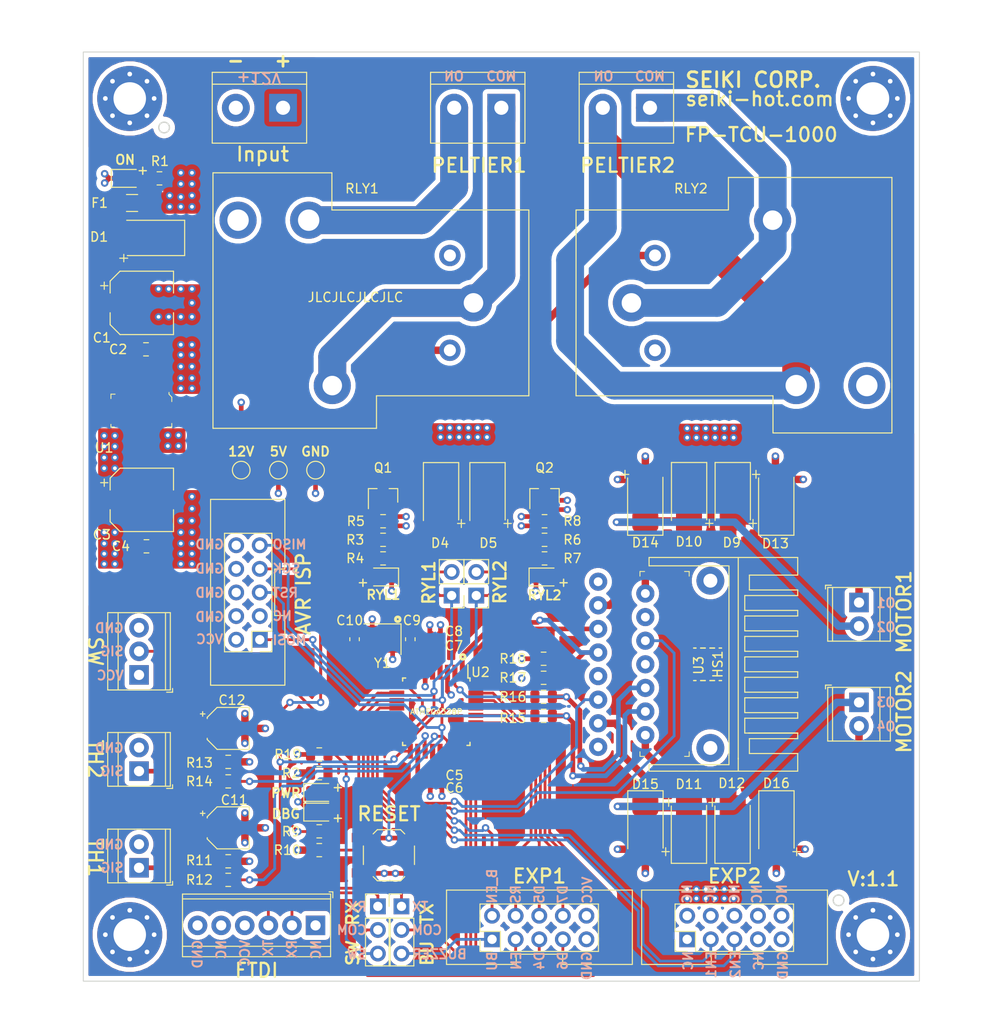
<source format=kicad_pcb>
(kicad_pcb (version 20171130) (host pcbnew "(5.1.6)-1")
  (layers (0 F.Cu signal) (1 In1.Cu power) (2 In2.Cu power) (31 B.Cu signal) (34 B.Paste user) (35 F.Paste user) (36 B.SilkS user) (37 F.SilkS user) (38 B.Mask user) (39 F.Mask user) (44 Edge.Cuts user))
  (net 0 "")
  (net 1 GND)
  (net 2 "Net-(C1-Pad1)")
  (net 3 VCC)
  (net 4 /AREF)
  (net 5 /XTAL1)
  (net 6 /XTAL2)
  (net 7 "Net-(C11-Pad1)")
  (net 8 "Net-(C12-Pad1)")
  (net 9 "Net-(D2-Pad2)")
  (net 10 "Net-(D3-Pad2)")
  (net 11 VBUS)
  (net 12 "Net-(D6-Pad2)")
  (net 13 "Net-(D7-Pad2)")
  (net 14 "Net-(D8-Pad2)")
  (net 15 "Net-(H1-Pad1)")
  (net 16 "Net-(H2-Pad1)")
  (net 17 "Net-(H3-Pad1)")
  (net 18 "Net-(H4-Pad1)")
  (net 19 "Net-(HS1-Pad1)")
  (net 20 /LCD_D7)
  (net 21 /LCD_D6)
  (net 22 /LCD_D5)
  (net 23 /LCD_D4)
  (net 24 /LCD_RS)
  (net 25 /LCD_EN)
  (net 26 /BTN_ENC)
  (net 27 /BUZZER)
  (net 28 "Net-(J2-Pad10)")
  (net 29 "Net-(J2-Pad8)")
  (net 30 "Net-(J2-Pad7)")
  (net 31 "Net-(J2-Pad6)")
  (net 32 /BTN_EN2)
  (net 33 "Net-(J2-Pad4)")
  (net 34 /BTN_EN1)
  (net 35 "Net-(J2-Pad2)")
  (net 36 "Net-(J2-Pad1)")
  (net 37 "Net-(J4-Pad2)")
  (net 38 "Net-(J4-Pad1)")
  (net 39 "Net-(J5-Pad2)")
  (net 40 "Net-(J5-Pad1)")
  (net 41 /MISO_PL2)
  (net 42 /SCK)
  (net 43 /RST)
  (net 44 "Net-(J6-Pad3)")
  (net 45 /MOSI_PL1)
  (net 46 "Net-(J11-Pad5)")
  (net 47 /TX)
  (net 48 /RX)
  (net 49 "Net-(J11-Pad1)")
  (net 50 /KILL_SW)
  (net 51 "Net-(JP1-Pad2)")
  (net 52 "Net-(JP2-Pad2)")
  (net 53 /TX_BUZ)
  (net 54 /RX_KILL)
  (net 55 "Net-(Q1-Pad1)")
  (net 56 "Net-(Q2-Pad1)")
  (net 57 /TH1)
  (net 58 /TH2)
  (net 59 /M2_IN2)
  (net 60 /M2_IN1)
  (net 61 /M1_IN2)
  (net 62 /M1_IN1)
  (net 63 "Net-(RLY1-Pad3)")
  (net 64 "Net-(RLY2-Pad3)")
  (net 65 /M2_EN)
  (net 66 /M1_EN)
  (net 67 "Net-(D1-Pad2)")
  (net 68 "Net-(D4-Pad2)")
  (net 69 "Net-(D5-Pad2)")
  (net 70 "Net-(D13-Pad1)")
  (net 71 "Net-(D10-Pad2)")
  (net 72 "Net-(D11-Pad2)")
  (net 73 "Net-(D12-Pad2)")
  (module heatsink:Heatsin25x23x16mm_2x_1.5mm (layer F.Cu) (at 89.5 155.9 270)
    (fp_text reference HS1 (at 0 -0.8 270) (layer F.SilkS))
    (fp_text value Heatsink)
    (pad 1 thru_hole circle (at 9 0 270) (size 3 3) (drill 1.5) (layers *.Cu *.Mask) (net 19 "Net-(HS1-Pad1)"))
    (pad 1 thru_hole circle (at -9 0 270) (size 3 3) (drill 1.5) (layers *.Cu *.Mask) (net 19 "Net-(HS1-Pad1)"))
  )
  (module Connector_PinHeader_2.54mmAVRISP:PinHeader_2x05_P2.54mm_Vertical (layer F.Cu) (at 66 185.5 90)
    (fp_text reference J1)
    (fp_text value EXP1)
    (pad 10 thru_hole oval (at 2.54 10.16 90) (size 1.7 1.7) (drill 1) (layers *.Cu *.Mask) (net 3 VCC))
    (pad 9 thru_hole oval (at 0 10.16 90) (size 1.7 1.7) (drill 1) (layers *.Cu *.Mask) (net 1 GND))
    (pad 8 thru_hole oval (at 2.54 7.62 90) (size 1.7 1.7) (drill 1) (layers *.Cu *.Mask) (net 20 /LCD_D7))
    (pad 7 thru_hole oval (at 0 7.62 90) (size 1.7 1.7) (drill 1) (layers *.Cu *.Mask) (net 21 /LCD_D6))
    (pad 6 thru_hole oval (at 2.54 5.08 90) (size 1.7 1.7) (drill 1) (layers *.Cu *.Mask) (net 22 /LCD_D5))
    (pad 5 thru_hole oval (at 0 5.08 90) (size 1.7 1.7) (drill 1) (layers *.Cu *.Mask) (net 23 /LCD_D4))
    (pad 4 thru_hole oval (at 2.54 2.54 90) (size 1.7 1.7) (drill 1) (layers *.Cu *.Mask) (net 24 /LCD_RS))
    (pad 3 thru_hole oval (at 0 2.54 90) (size 1.7 1.7) (drill 1) (layers *.Cu *.Mask) (net 25 /LCD_EN))
    (pad 2 thru_hole oval (at 2.54 0 90) (size 1.7 1.7) (drill 1) (layers *.Cu *.Mask) (net 26 /BTN_ENC))
    (pad 1 thru_hole rect (at 0 0 90) (size 1.7 1.7) (drill 1) (layers *.Cu *.Mask) (net 27 /BUZZER))
  )
  (module Connector_PinHeader_2.54mmAVRISP:PinHeader_2x05_P2.54mm_Vertical (layer F.Cu) (at 87 185.5 90)
    (fp_text reference J2)
    (fp_text value EXP2)
    (pad 10 thru_hole oval (at 2.54 10.16 90) (size 1.7 1.7) (drill 1) (layers *.Cu *.Mask) (net 28 "Net-(J2-Pad10)"))
    (pad 9 thru_hole oval (at 0 10.16 90) (size 1.7 1.7) (drill 1) (layers *.Cu *.Mask) (net 1 GND))
    (pad 8 thru_hole oval (at 2.54 7.62 90) (size 1.7 1.7) (drill 1) (layers *.Cu *.Mask) (net 29 "Net-(J2-Pad8)"))
    (pad 7 thru_hole oval (at 0 7.62 90) (size 1.7 1.7) (drill 1) (layers *.Cu *.Mask) (net 30 "Net-(J2-Pad7)"))
    (pad 6 thru_hole oval (at 2.54 5.08 90) (size 1.7 1.7) (drill 1) (layers *.Cu *.Mask) (net 31 "Net-(J2-Pad6)"))
    (pad 5 thru_hole oval (at 0 5.08 90) (size 1.7 1.7) (drill 1) (layers *.Cu *.Mask) (net 32 /BTN_EN2))
    (pad 4 thru_hole oval (at 2.54 2.54 90) (size 1.7 1.7) (drill 1) (layers *.Cu *.Mask) (net 33 "Net-(J2-Pad4)"))
    (pad 3 thru_hole oval (at 0 2.54 90) (size 1.7 1.7) (drill 1) (layers *.Cu *.Mask) (net 34 /BTN_EN1))
    (pad 2 thru_hole oval (at 2.54 0 90) (size 1.7 1.7) (drill 1) (layers *.Cu *.Mask) (net 35 "Net-(J2-Pad2)"))
    (pad 1 thru_hole rect (at 0 0 90) (size 1.7 1.7) (drill 1) (layers *.Cu *.Mask) (net 36 "Net-(J2-Pad1)"))
  )
  (module Connector_PinHeader_2.54mmAVRISP:PinHeader_2x05_P2.54mm_Vertical (layer F.Cu) (at 41 153.25 180)
    (fp_text reference J6)
    (fp_text value "AVR ISP")
    (pad 10 thru_hole oval (at 2.54 10.16 180) (size 1.7 1.7) (drill 1) (layers *.Cu *.Mask) (net 1 GND))
    (pad 9 thru_hole oval (at 0 10.16 180) (size 1.7 1.7) (drill 1) (layers *.Cu *.Mask) (net 41 /MISO_PL2))
    (pad 8 thru_hole oval (at 2.54 7.62 180) (size 1.7 1.7) (drill 1) (layers *.Cu *.Mask) (net 1 GND))
    (pad 7 thru_hole oval (at 0 7.62 180) (size 1.7 1.7) (drill 1) (layers *.Cu *.Mask) (net 42 /SCK))
    (pad 6 thru_hole oval (at 2.54 5.08 180) (size 1.7 1.7) (drill 1) (layers *.Cu *.Mask) (net 1 GND))
    (pad 5 thru_hole oval (at 0 5.08 180) (size 1.7 1.7) (drill 1) (layers *.Cu *.Mask) (net 43 /RST))
    (pad 4 thru_hole oval (at 2.54 2.54 180) (size 1.7 1.7) (drill 1) (layers *.Cu *.Mask) (net 1 GND))
    (pad 3 thru_hole oval (at 0 2.54 180) (size 1.7 1.7) (drill 1) (layers *.Cu *.Mask) (net 44 "Net-(J6-Pad3)"))
    (pad 2 thru_hole oval (at 2.54 0 180) (size 1.7 1.7) (drill 1) (layers *.Cu *.Mask) (net 3 VCC))
    (pad 1 thru_hole rect (at 0 0 180) (size 1.7 1.7) (drill 1) (layers *.Cu *.Mask) (net 45 /MOSI_PL1))
  )
  (module Connector_PinHeader_2.54mm:PinHeader_1x03_P2.54mm_Vertical (layer F.Cu) (at 53.71 181.95)
    (fp_text reference JP4)
    (fp_text value RX_KILL)
    (pad 3 thru_hole oval (at 0 5.08) (size 1.7 1.7) (drill 1) (layers *.Cu *.Mask) (net 50 /KILL_SW))
    (pad 2 thru_hole oval (at 0 2.54) (size 1.7 1.7) (drill 1) (layers *.Cu *.Mask) (net 54 /RX_KILL))
    (pad 1 thru_hole rect (at 0 0) (size 1.7 1.7) (drill 1) (layers *.Cu *.Mask) (net 48 /RX))
  )
  (module relay:832-1A-C-12VDC (layer F.Cu) (at 46.26 108.1 90)
    (fp_text reference RLY1 (at 3.4 5.74 180) (layer F.SilkS))
    (fp_text value 832-1A-C-12VDC)
    (pad 3 thru_hole circle (at 0 -7.6 90) (size 4 4) (drill 2.3) (layers *.Cu *.Mask) (net 63 "Net-(RLY1-Pad3)"))
    (pad 4 thru_hole circle (at -17.8 2.54 90) (size 4 4) (drill 2.1) (layers *.Cu *.Mask) (net 38 "Net-(J4-Pad1)"))
    (pad 2 thru_hole circle (at -14 15.2 90) (size 2.3 2.3) (drill 1.3) (layers *.Cu *.Mask) (net 68 "Net-(D4-Pad2)"))
    (pad 4 thru_hole circle (at -8.9 17.74 90) (size 4 4) (drill 2.1) (layers *.Cu *.Mask) (net 38 "Net-(J4-Pad1)"))
    (pad 1 thru_hole circle (at -3.8 15.2 90) (size 2.3 2.3) (drill 1.3) (layers *.Cu *.Mask) (net 11 VBUS))
    (pad 5 thru_hole circle (at 0 0 90) (size 4 4) (drill 2.3) (layers *.Cu *.Mask) (net 37 "Net-(J4-Pad2)"))
  )
  (module Capacitor_SMD:C_0402_1005Metric (layer F.Cu) (at 59.95 169)
    (fp_text reference C6 (at 2 0.2) (layer F.SilkS))
    (fp_text value 100nF)
    (pad 2 smd roundrect (at 0.485 0) (size 0.59 0.64) (layers F.Cu F.Paste F.Mask) (net 1 GND))
    (pad 1 smd roundrect (at -0.485 0) (size 0.59 0.64) (layers F.Cu F.Paste F.Mask) (net 3 VCC))
  )
  (module Capacitor_SMD:C_0402_1005Metric (layer F.Cu) (at 59.9 152.65 180)
    (fp_text reference C8 (at -2 0.3) (layer F.SilkS))
    (fp_text value 100nF)
    (pad 2 smd roundrect (at 0.485 0 180) (size 0.59 0.64) (layers F.Cu F.Paste F.Mask) (net 1 GND))
    (pad 1 smd roundrect (at -0.485 0 180) (size 0.59 0.64) (layers F.Cu F.Paste F.Mask) (net 3 VCC))
  )
  (module Capacitor_SMD:C_0402_1005Metric (layer F.Cu) (at 59.9 153.7 180)
    (fp_text reference C7 (at -2 -0.2) (layer F.SilkS))
    (fp_text value 100nF)
    (pad 2 smd roundrect (at 0.485 0 180) (size 0.59 0.64) (layers F.Cu F.Paste F.Mask) (net 1 GND))
    (pad 1 smd roundrect (at -0.485 0 180) (size 0.59 0.64) (layers F.Cu F.Paste F.Mask) (net 3 VCC))
  )
  (module TerminalBlock_TE-Connectivity:TerminalBlock_TE_282834-2_1x02_P2.54mm_Horizontal (layer F.Cu) (at 105.5 160 270)
    (fp_text reference J10)
    (fp_text value "Motor Out2")
    (pad 2 thru_hole circle (at 2.54 0 270) (size 2.1 2.1) (drill 1.1) (layers *.Cu *.Mask) (net 73 "Net-(D12-Pad2)"))
    (pad 1 thru_hole rect (at 0 0 270) (size 2.1 2.1) (drill 1.1) (layers *.Cu *.Mask) (net 72 "Net-(D11-Pad2)"))
  )
  (module TerminalBlock_TE-Connectivity:TerminalBlock_TE_282834-2_1x02_P2.54mm_Horizontal (layer F.Cu) (at 105.5 149.25 270)
    (fp_text reference J9)
    (fp_text value "Motor Out1")
    (pad 2 thru_hole circle (at 2.54 0 270) (size 2.1 2.1) (drill 1.1) (layers *.Cu *.Mask) (net 71 "Net-(D10-Pad2)"))
    (pad 1 thru_hole rect (at 0 0 270) (size 2.1 2.1) (drill 1.1) (layers *.Cu *.Mask) (net 70 "Net-(D13-Pad1)"))
  )
  (module TerminalBlock:TerminalBlock_bornier-2_P5.08mm (layer F.Cu) (at 83 96 180)
    (fp_text reference J5)
    (fp_text value "Peltier Out2")
    (pad 2 thru_hole circle (at 5.08 0 180) (size 3 3) (drill 1.52) (layers *.Cu *.Mask) (net 39 "Net-(J5-Pad2)"))
    (pad 1 thru_hole rect (at 0 0 180) (size 3 3) (drill 1.52) (layers *.Cu *.Mask) (net 40 "Net-(J5-Pad1)"))
  )
  (module TerminalBlock:TerminalBlock_bornier-2_P5.08mm (layer F.Cu) (at 67 96 180)
    (fp_text reference J4)
    (fp_text value "Peltier Out1")
    (pad 2 thru_hole circle (at 5.08 0 180) (size 3 3) (drill 1.52) (layers *.Cu *.Mask) (net 37 "Net-(J4-Pad2)"))
    (pad 1 thru_hole rect (at 0 0 180) (size 3 3) (drill 1.52) (layers *.Cu *.Mask) (net 38 "Net-(J4-Pad1)"))
  )
  (module TerminalBlock_TE-Connectivity:TerminalBlock_TE_282834-2_1x02_P2.54mm_Horizontal (layer F.Cu) (at 28 167.4 90)
    (fp_text reference J8)
    (fp_text value "Thermitor 2")
    (pad 2 thru_hole circle (at 2.54 0 90) (size 2.1 2.1) (drill 1.1) (layers *.Cu *.Mask) (net 1 GND))
    (pad 1 thru_hole rect (at 0 0 90) (size 2.1 2.1) (drill 1.1) (layers *.Cu *.Mask) (net 8 "Net-(C12-Pad1)"))
  )
  (module TerminalBlock_TE-Connectivity:TerminalBlock_TE_282834-2_1x02_P2.54mm_Horizontal (layer F.Cu) (at 28 177.8 90)
    (fp_text reference J7)
    (fp_text value "Thermitor 1")
    (pad 2 thru_hole circle (at 2.54 0 90) (size 2.1 2.1) (drill 1.1) (layers *.Cu *.Mask) (net 1 GND))
    (pad 1 thru_hole rect (at 0 0 90) (size 2.1 2.1) (drill 1.1) (layers *.Cu *.Mask) (net 7 "Net-(C11-Pad1)"))
  )
  (module Package_QFP:TQFP-32_7x7mm_P0.8mm (layer F.Cu) (at 60 161 270)
    (fp_text reference U2 (at -4.25 -4.75 180) (layer F.SilkS))
    (fp_text value ATMEGA328-AU)
    (pad 32 smd rect (at -2.8 -4.25) (size 1.6 0.55) (layers F.Cu F.Paste F.Mask) (net 62 /M1_IN1))
    (pad 31 smd rect (at -2 -4.25) (size 1.6 0.55) (layers F.Cu F.Paste F.Mask) (net 54 /RX_KILL))
    (pad 30 smd rect (at -1.2 -4.25) (size 1.6 0.55) (layers F.Cu F.Paste F.Mask) (net 53 /TX_BUZ))
    (pad 29 smd rect (at -0.4 -4.25) (size 1.6 0.55) (layers F.Cu F.Paste F.Mask) (net 43 /RST))
    (pad 28 smd rect (at 0.4 -4.25) (size 1.6 0.55) (layers F.Cu F.Paste F.Mask) (net 20 /LCD_D7))
    (pad 27 smd rect (at 1.2 -4.25) (size 1.6 0.55) (layers F.Cu F.Paste F.Mask) (net 22 /LCD_D5))
    (pad 26 smd rect (at 2 -4.25) (size 1.6 0.55) (layers F.Cu F.Paste F.Mask) (net 24 /LCD_RS))
    (pad 25 smd rect (at 2.8 -4.25) (size 1.6 0.55) (layers F.Cu F.Paste F.Mask) (net 25 /LCD_EN))
    (pad 24 smd rect (at 4.25 -2.8 270) (size 1.6 0.55) (layers F.Cu F.Paste F.Mask) (net 23 /LCD_D4))
    (pad 23 smd rect (at 4.25 -2 270) (size 1.6 0.55) (layers F.Cu F.Paste F.Mask) (net 21 /LCD_D6))
    (pad 22 smd rect (at 4.25 -1.2 270) (size 1.6 0.55) (layers F.Cu F.Paste F.Mask) (net 57 /TH1))
    (pad 21 smd rect (at 4.25 -0.4 270) (size 1.6 0.55) (layers F.Cu F.Paste F.Mask) (net 1 GND))
    (pad 20 smd rect (at 4.25 0.4 270) (size 1.6 0.55) (layers F.Cu F.Paste F.Mask) (net 4 /AREF))
    (pad 19 smd rect (at 4.25 1.2 270) (size 1.6 0.55) (layers F.Cu F.Paste F.Mask) (net 58 /TH2))
    (pad 18 smd rect (at 4.25 2 270) (size 1.6 0.55) (layers F.Cu F.Paste F.Mask) (net 3 VCC))
    (pad 17 smd rect (at 4.25 2.8 270) (size 1.6 0.55) (layers F.Cu F.Paste F.Mask) (net 42 /SCK))
    (pad 16 smd rect (at 2.8 4.25) (size 1.6 0.55) (layers F.Cu F.Paste F.Mask) (net 41 /MISO_PL2))
    (pad 15 smd rect (at 2 4.25) (size 1.6 0.55) (layers F.Cu F.Paste F.Mask) (net 45 /MOSI_PL1))
    (pad 14 smd rect (at 1.2 4.25) (size 1.6 0.55) (layers F.Cu F.Paste F.Mask) (net 65 /M2_EN))
    (pad 13 smd rect (at 0.4 4.25) (size 1.6 0.55) (layers F.Cu F.Paste F.Mask) (net 66 /M1_EN))
    (pad 12 smd rect (at -0.4 4.25) (size 1.6 0.55) (layers F.Cu F.Paste F.Mask) (net 26 /BTN_ENC))
    (pad 11 smd rect (at -1.2 4.25) (size 1.6 0.55) (layers F.Cu F.Paste F.Mask) (net 34 /BTN_EN1))
    (pad 10 smd rect (at -2 4.25) (size 1.6 0.55) (layers F.Cu F.Paste F.Mask) (net 32 /BTN_EN2))
    (pad 9 smd rect (at -2.8 4.25) (size 1.6 0.55) (layers F.Cu F.Paste F.Mask) (net 59 /M2_IN2))
    (pad 8 smd rect (at -4.25 2.8 270) (size 1.6 0.55) (layers F.Cu F.Paste F.Mask) (net 6 /XTAL2))
    (pad 7 smd rect (at -4.25 2 270) (size 1.6 0.55) (layers F.Cu F.Paste F.Mask) (net 5 /XTAL1))
    (pad 6 smd rect (at -4.25 1.2 270) (size 1.6 0.55) (layers F.Cu F.Paste F.Mask) (net 3 VCC))
    (pad 5 smd rect (at -4.25 0.4 270) (size 1.6 0.55) (layers F.Cu F.Paste F.Mask) (net 1 GND))
    (pad 4 smd rect (at -4.25 -0.4 270) (size 1.6 0.55) (layers F.Cu F.Paste F.Mask) (net 3 VCC))
    (pad 3 smd rect (at -4.25 -1.2 270) (size 1.6 0.55) (layers F.Cu F.Paste F.Mask) (net 1 GND))
    (pad 2 smd rect (at -4.25 -2 270) (size 1.6 0.55) (layers F.Cu F.Paste F.Mask) (net 60 /M2_IN1))
    (pad 1 smd rect (at -4.25 -2.8 270) (size 1.6 0.55) (layers F.Cu F.Paste F.Mask) (net 61 /M1_IN2))
  )
  (module Crystal:Crystal_SMD_3225-4Pin_3.2x2.5mm (layer F.Cu) (at 54.2 153.2 180)
    (fp_text reference Y1 (at 0 -2.575) (layer F.SilkS))
    (fp_text value 16MHz)
    (pad 4 smd rect (at -1.1 -0.85 180) (size 1.4 1.2) (layers F.Cu F.Paste F.Mask) (net 1 GND))
    (pad 3 smd rect (at 1.1 -0.85 180) (size 1.4 1.2) (layers F.Cu F.Paste F.Mask) (net 6 /XTAL2))
    (pad 2 smd rect (at 1.1 0.85 180) (size 1.4 1.2) (layers F.Cu F.Paste F.Mask) (net 1 GND))
    (pad 1 smd rect (at -1.1 0.85 180) (size 1.4 1.2) (layers F.Cu F.Paste F.Mask) (net 5 /XTAL1))
  )
  (module digikey-footprints:Multiwatt-15 (layer F.Cu) (at 77.42 147.01 270)
    (fp_text reference U3 (at 9 -10.82 270) (layer F.SilkS))
    (fp_text value L298N)
    (pad 15 thru_hole circle (at 17.78 0 270) (size 1.95 1.95) (drill 0.95) (layers *.Cu *.Mask) (net 1 GND))
    (pad 14 thru_hole circle (at 16.51 -5.08 270) (size 1.95 1.95) (drill 0.95) (layers *.Cu *.Mask) (net 73 "Net-(D12-Pad2)"))
    (pad 13 thru_hole circle (at 15.24 0 270) (size 1.95 1.95) (drill 0.95) (layers *.Cu *.Mask) (net 72 "Net-(D11-Pad2)"))
    (pad 12 thru_hole circle (at 13.97 -5.08 270) (size 1.95 1.95) (drill 0.95) (layers *.Cu *.Mask) (net 59 /M2_IN2))
    (pad 11 thru_hole circle (at 12.7 0 270) (size 1.95 1.95) (drill 0.95) (layers *.Cu *.Mask) (net 65 /M2_EN))
    (pad 10 thru_hole circle (at 11.43 -5.08 270) (size 1.95 1.95) (drill 0.95) (layers *.Cu *.Mask) (net 60 /M2_IN1))
    (pad 9 thru_hole circle (at 10.16 0 270) (size 1.95 1.95) (drill 0.95) (layers *.Cu *.Mask) (net 3 VCC))
    (pad 8 thru_hole circle (at 8.89 -5.08 270) (size 1.95 1.95) (drill 0.95) (layers *.Cu *.Mask) (net 1 GND))
    (pad 7 thru_hole circle (at 7.62 0 270) (size 1.95 1.95) (drill 0.95) (layers *.Cu *.Mask) (net 61 /M1_IN2))
    (pad 6 thru_hole circle (at 6.35 -5.08 270) (size 1.95 1.95) (drill 0.95) (layers *.Cu *.Mask) (net 66 /M1_EN))
    (pad 5 thru_hole circle (at 5.08 0 270) (size 1.95 1.95) (drill 0.95) (layers *.Cu *.Mask) (net 62 /M1_IN1))
    (pad 4 thru_hole circle (at 3.81 -5.08 270) (size 1.95 1.95) (drill 0.95) (layers *.Cu *.Mask) (net 11 VBUS))
    (pad 3 thru_hole circle (at 2.54 0 270) (size 1.95 1.95) (drill 0.95) (layers *.Cu *.Mask) (net 71 "Net-(D10-Pad2)"))
    (pad 2 thru_hole circle (at 1.27 -5.08 270) (size 1.95 1.95) (drill 0.95) (layers *.Cu *.Mask) (net 70 "Net-(D13-Pad1)"))
    (pad 1 thru_hole circle (at 0 0 270) (size 1.95 1.95) (drill 0.95) (layers *.Cu *.Mask) (net 1 GND))
  )
  (module digikey-footprints:SOT-223 (layer F.Cu) (at 28.25 128.6 180)
    (fp_text reference U1 (at 4 -4) (layer F.SilkS))
    (fp_text value NCP1117ST50T3G)
    (pad 4 smd rect (at 0 -3.15 180) (size 3.8 2.2) (layers F.Cu F.Paste F.Mask) (net 3 VCC))
    (pad 1 smd rect (at -2.3 3.15 180) (size 1.5 2.2) (layers F.Cu F.Paste F.Mask) (net 1 GND))
    (pad 2 smd rect (at 0 3.15 180) (size 1.5 2.2) (layers F.Cu F.Paste F.Mask) (net 3 VCC))
    (pad 3 smd rect (at 2.3 3.15 180) (size 1.5 2.2) (layers F.Cu F.Paste F.Mask) (net 2 "Net-(C1-Pad1)"))
  )
  (module TestPoint:TestPoint_Pad_D1.5mm (layer F.Cu) (at 47 135 90)
    (fp_text reference TP3)
    (fp_text value GND)
    (pad 1 smd circle (at 0 0 90) (size 1.5 1.5) (layers F.Cu F.Mask) (net 1 GND))
  )
  (module TestPoint:TestPoint_Pad_D1.5mm (layer F.Cu) (at 39 135 90)
    (fp_text reference TP2)
    (fp_text value +12V)
    (pad 1 smd circle (at 0 0 90) (size 1.5 1.5) (layers F.Cu F.Mask) (net 11 VBUS))
  )
  (module TestPoint:TestPoint_Pad_D1.5mm (layer F.Cu) (at 43 135 90)
    (fp_text reference TP1)
    (fp_text value +5V)
    (pad 1 smd circle (at 0 0 90) (size 1.5 1.5) (layers F.Cu F.Mask) (net 3 VCC))
  )
  (module Button_Switch_SMD:SW_SPST_TL3342 (layer F.Cu) (at 54.9 176.45)
    (fp_text reference S1)
    (fp_text value RESET)
    (pad 2 smd rect (at 3.15 1.9) (size 1.7 1) (layers F.Cu F.Paste F.Mask) (net 1 GND))
    (pad 2 smd rect (at -3.15 1.9) (size 1.7 1) (layers F.Cu F.Paste F.Mask) (net 1 GND))
    (pad 1 smd rect (at 3.15 -1.9) (size 1.7 1) (layers F.Cu F.Paste F.Mask) (net 43 /RST))
    (pad 1 smd rect (at -3.15 -1.9) (size 1.7 1) (layers F.Cu F.Paste F.Mask) (net 43 /RST))
  )
  (module relay:832-1A-C-12VDC (layer F.Cu) (at 98.74 125.9 270)
    (fp_text reference RLY2 (at -21.2 11.34 180) (layer F.SilkS))
    (fp_text value 832-1A-C-12VDC)
    (pad 3 thru_hole circle (at 0 -7.6 270) (size 4 4) (drill 2.3) (layers *.Cu *.Mask) (net 64 "Net-(RLY2-Pad3)"))
    (pad 4 thru_hole circle (at -17.8 2.54 270) (size 4 4) (drill 2.1) (layers *.Cu *.Mask) (net 40 "Net-(J5-Pad1)"))
    (pad 2 thru_hole circle (at -14 15.2 270) (size 2.3 2.3) (drill 1.3) (layers *.Cu *.Mask) (net 69 "Net-(D5-Pad2)"))
    (pad 4 thru_hole circle (at -8.9 17.74 270) (size 4 4) (drill 2.1) (layers *.Cu *.Mask) (net 40 "Net-(J5-Pad1)"))
    (pad 1 thru_hole circle (at -3.8 15.2 270) (size 2.3 2.3) (drill 1.3) (layers *.Cu *.Mask) (net 11 VBUS))
    (pad 5 thru_hole circle (at 0 0 270) (size 4 4) (drill 2.3) (layers *.Cu *.Mask) (net 39 "Net-(J5-Pad2)"))
  )
  (module Resistor_SMD:R_0805_2012Metric (layer F.Cu) (at 47.4 165.6)
    (fp_text reference R19 (at -3.4 0) (layer F.SilkS))
    (fp_text value 10K)
    (pad 2 smd roundrect (at 0.9375 0) (size 0.975 1.4) (layers F.Cu F.Paste F.Mask) (net 50 /KILL_SW))
    (pad 1 smd roundrect (at -0.9375 0) (size 0.975 1.4) (layers F.Cu F.Paste F.Mask) (net 3 VCC))
  )
  (module Resistor_SMD:R_0805_2012Metric (layer F.Cu) (at 71.55 155.3)
    (fp_text reference R18 (at -3.3125 0) (layer F.SilkS))
    (fp_text value 10K)
    (pad 2 smd roundrect (at 0.9375 0) (size 0.975 1.4) (layers F.Cu F.Paste F.Mask) (net 62 /M1_IN1))
    (pad 1 smd roundrect (at -0.9375 0) (size 0.975 1.4) (layers F.Cu F.Paste F.Mask) (net 3 VCC))
  )
  (module Resistor_SMD:R_0805_2012Metric (layer F.Cu) (at 71.55 157.35)
    (fp_text reference R17 (at -3.3125 0) (layer F.SilkS))
    (fp_text value 10K)
    (pad 2 smd roundrect (at 0.9375 0) (size 0.975 1.4) (layers F.Cu F.Paste F.Mask) (net 61 /M1_IN2))
    (pad 1 smd roundrect (at -0.9375 0) (size 0.975 1.4) (layers F.Cu F.Paste F.Mask) (net 3 VCC))
  )
  (module Resistor_SMD:R_0805_2012Metric (layer F.Cu) (at 71.55 159.4)
    (fp_text reference R16 (at -3.3125 0) (layer F.SilkS))
    (fp_text value 10K)
    (pad 2 smd roundrect (at 0.9375 0) (size 0.975 1.4) (layers F.Cu F.Paste F.Mask) (net 60 /M2_IN1))
    (pad 1 smd roundrect (at -0.9375 0) (size 0.975 1.4) (layers F.Cu F.Paste F.Mask) (net 3 VCC))
  )
  (module Resistor_SMD:R_0805_2012Metric (layer F.Cu) (at 71.55 161.45)
    (fp_text reference R15 (at -3.3125 0.25) (layer F.SilkS))
    (fp_text value 10K)
    (pad 2 smd roundrect (at 0.9375 0) (size 0.975 1.4) (layers F.Cu F.Paste F.Mask) (net 59 /M2_IN2))
    (pad 1 smd roundrect (at -0.9375 0) (size 0.975 1.4) (layers F.Cu F.Paste F.Mask) (net 3 VCC))
  )
  (module Resistor_SMD:R_0805_2012Metric (layer F.Cu) (at 37.6 168.5)
    (fp_text reference R14 (at -3.1 0) (layer F.SilkS))
    (fp_text value 100)
    (pad 2 smd roundrect (at 0.9375 0) (size 0.975 1.4) (layers F.Cu F.Paste F.Mask) (net 58 /TH2))
    (pad 1 smd roundrect (at -0.9375 0) (size 0.975 1.4) (layers F.Cu F.Paste F.Mask) (net 8 "Net-(C12-Pad1)"))
  )
  (module Resistor_SMD:R_0805_2012Metric (layer F.Cu) (at 37.6 166.4 180)
    (fp_text reference R13 (at 3.1 -0.1) (layer F.SilkS))
    (fp_text value 4.7K)
    (pad 2 smd roundrect (at 0.9375 0 180) (size 0.975 1.4) (layers F.Cu F.Paste F.Mask) (net 8 "Net-(C12-Pad1)"))
    (pad 1 smd roundrect (at -0.9375 0 180) (size 0.975 1.4) (layers F.Cu F.Paste F.Mask) (net 3 VCC))
  )
  (module Resistor_SMD:R_0805_2012Metric (layer F.Cu) (at 37.6 179.1)
    (fp_text reference R12 (at -3.1 0) (layer F.SilkS))
    (fp_text value 100)
    (pad 2 smd roundrect (at 0.9375 0) (size 0.975 1.4) (layers F.Cu F.Paste F.Mask) (net 57 /TH1))
    (pad 1 smd roundrect (at -0.9375 0) (size 0.975 1.4) (layers F.Cu F.Paste F.Mask) (net 7 "Net-(C11-Pad1)"))
  )
  (module Resistor_SMD:R_0805_2012Metric (layer F.Cu) (at 37.6 177.1 180)
    (fp_text reference R11 (at 3.1 0.1) (layer F.SilkS))
    (fp_text value 4.7K)
    (pad 2 smd roundrect (at 0.9375 0 180) (size 0.975 1.4) (layers F.Cu F.Paste F.Mask) (net 7 "Net-(C11-Pad1)"))
    (pad 1 smd roundrect (at -0.9375 0 180) (size 0.975 1.4) (layers F.Cu F.Paste F.Mask) (net 3 VCC))
  )
  (module Resistor_SMD:R_0805_2012Metric (layer F.Cu) (at 47.4 175.9)
    (fp_text reference R10 (at -3.45 0) (layer F.SilkS))
    (fp_text value 10K)
    (pad 2 smd roundrect (at 0.9375 0) (size 0.975 1.4) (layers F.Cu F.Paste F.Mask) (net 43 /RST))
    (pad 1 smd roundrect (at -0.9375 0) (size 0.975 1.4) (layers F.Cu F.Paste F.Mask) (net 3 VCC))
  )
  (module Resistor_SMD:R_0805_2012Metric (layer F.Cu) (at 47.4 173.876)
    (fp_text reference R9 (at -3.05 0.024) (layer F.SilkS))
    (fp_text value 1K)
    (pad 2 smd roundrect (at 0.9375 0) (size 0.975 1.4) (layers F.Cu F.Paste F.Mask) (net 14 "Net-(D8-Pad2)"))
    (pad 1 smd roundrect (at -0.9375 0) (size 0.975 1.4) (layers F.Cu F.Paste F.Mask) (net 42 /SCK))
  )
  (module Resistor_SMD:R_0805_2012Metric (layer F.Cu) (at 71.65 140.5 180)
    (fp_text reference R8 (at -3 0.025) (layer F.SilkS))
    (fp_text value 10K)
    (pad 2 smd roundrect (at 0.9375 0 180) (size 0.975 1.4) (layers F.Cu F.Paste F.Mask) (net 1 GND))
    (pad 1 smd roundrect (at -0.9375 0 180) (size 0.975 1.4) (layers F.Cu F.Paste F.Mask) (net 56 "Net-(Q2-Pad1)"))
  )
  (module Resistor_SMD:R_0805_2012Metric (layer F.Cu) (at 71.65 144.5)
    (fp_text reference R7 (at 3 0) (layer F.SilkS))
    (fp_text value 1K)
    (pad 2 smd roundrect (at 0.9375 0) (size 0.975 1.4) (layers F.Cu F.Paste F.Mask) (net 13 "Net-(D7-Pad2)"))
    (pad 1 smd roundrect (at -0.9375 0) (size 0.975 1.4) (layers F.Cu F.Paste F.Mask) (net 41 /MISO_PL2))
  )
  (module Resistor_SMD:R_0805_2012Metric (layer F.Cu) (at 71.65 142.5 180)
    (fp_text reference R6 (at -3 0) (layer F.SilkS))
    (fp_text value 1K)
    (pad 2 smd roundrect (at 0.9375 0 180) (size 0.975 1.4) (layers F.Cu F.Paste F.Mask) (net 52 "Net-(JP2-Pad2)"))
    (pad 1 smd roundrect (at -0.9375 0 180) (size 0.975 1.4) (layers F.Cu F.Paste F.Mask) (net 56 "Net-(Q2-Pad1)"))
  )
  (module Resistor_SMD:R_0805_2012Metric (layer F.Cu) (at 54.27 140.5)
    (fp_text reference R5 (at -2.9375 0) (layer F.SilkS))
    (fp_text value 10K)
    (pad 2 smd roundrect (at 0.9375 0) (size 0.975 1.4) (layers F.Cu F.Paste F.Mask) (net 1 GND))
    (pad 1 smd roundrect (at -0.9375 0) (size 0.975 1.4) (layers F.Cu F.Paste F.Mask) (net 55 "Net-(Q1-Pad1)"))
  )
  (module Resistor_SMD:R_0805_2012Metric (layer F.Cu) (at 54.27 144.5 180)
    (fp_text reference R4 (at 3 0) (layer F.SilkS))
    (fp_text value 1K)
    (pad 2 smd roundrect (at 0.9375 0 180) (size 0.975 1.4) (layers F.Cu F.Paste F.Mask) (net 12 "Net-(D6-Pad2)"))
    (pad 1 smd roundrect (at -0.9375 0 180) (size 0.975 1.4) (layers F.Cu F.Paste F.Mask) (net 45 /MOSI_PL1))
  )
  (module Resistor_SMD:R_0805_2012Metric (layer F.Cu) (at 54.27 142.5)
    (fp_text reference R3 (at -3 0) (layer F.SilkS))
    (fp_text value 1K)
    (pad 2 smd roundrect (at 0.9375 0) (size 0.975 1.4) (layers F.Cu F.Paste F.Mask) (net 51 "Net-(JP1-Pad2)"))
    (pad 1 smd roundrect (at -0.9375 0) (size 0.975 1.4) (layers F.Cu F.Paste F.Mask) (net 55 "Net-(Q1-Pad1)"))
  )
  (module Resistor_SMD:R_0805_2012Metric (layer F.Cu) (at 47.4 167.624)
    (fp_text reference R2 (at -3.05 0) (layer F.SilkS))
    (fp_text value 1K)
    (pad 2 smd roundrect (at 0.9375 0) (size 0.975 1.4) (layers F.Cu F.Paste F.Mask) (net 10 "Net-(D3-Pad2)"))
    (pad 1 smd roundrect (at -0.9375 0) (size 0.975 1.4) (layers F.Cu F.Paste F.Mask) (net 3 VCC))
  )
  (module Resistor_SMD:R_0805_2012Metric (layer F.Cu) (at 30.2 103.6 180)
    (fp_text reference R1 (at -0.05 1.85) (layer F.SilkS))
    (fp_text value 2.2K)
    (pad 2 smd roundrect (at 0.9375 0 180) (size 0.975 1.4) (layers F.Cu F.Paste F.Mask) (net 9 "Net-(D2-Pad2)"))
    (pad 1 smd roundrect (at -0.9375 0 180) (size 0.975 1.4) (layers F.Cu F.Paste F.Mask) (net 11 VBUS))
  )
  (module Package_TO_SOT_SMD:SOT-23 (layer F.Cu) (at 71.65 137.75 90)
    (fp_text reference Q2 (at 3 0 180) (layer F.SilkS))
    (fp_text value MMBT3904)
    (pad 3 smd rect (at 1 0 90) (size 0.9 0.8) (layers F.Cu F.Paste F.Mask) (net 69 "Net-(D5-Pad2)"))
    (pad 2 smd rect (at -1 0.95 90) (size 0.9 0.8) (layers F.Cu F.Paste F.Mask) (net 1 GND))
    (pad 1 smd rect (at -1 -0.95 90) (size 0.9 0.8) (layers F.Cu F.Paste F.Mask) (net 56 "Net-(Q2-Pad1)"))
  )
  (module Package_TO_SOT_SMD:SOT-23 (layer F.Cu) (at 54.27 137.75 90)
    (fp_text reference Q1 (at 3 0 180) (layer F.SilkS))
    (fp_text value MMBT3904)
    (pad 3 smd rect (at 1 0 90) (size 0.9 0.8) (layers F.Cu F.Paste F.Mask) (net 68 "Net-(D4-Pad2)"))
    (pad 2 smd rect (at -1 0.95 90) (size 0.9 0.8) (layers F.Cu F.Paste F.Mask) (net 1 GND))
    (pad 1 smd rect (at -1 -0.95 90) (size 0.9 0.8) (layers F.Cu F.Paste F.Mask) (net 55 "Net-(Q1-Pad1)"))
  )
  (module Connector_PinHeader_2.54mm:PinHeader_1x03_P2.54mm_Vertical (layer F.Cu) (at 56.25 181.95)
    (fp_text reference JP3)
    (fp_text value TX_BUZZER)
    (pad 3 thru_hole oval (at 0 5.08) (size 1.7 1.7) (drill 1) (layers *.Cu *.Mask) (net 27 /BUZZER))
    (pad 2 thru_hole oval (at 0 2.54) (size 1.7 1.7) (drill 1) (layers *.Cu *.Mask) (net 53 /TX_BUZ))
    (pad 1 thru_hole rect (at 0 0) (size 1.7 1.7) (drill 1) (layers *.Cu *.Mask) (net 47 /TX))
  )
  (module Connector_PinHeader_2.54mm:PinHeader_1x02_P2.54mm_Vertical (layer F.Cu) (at 64.3 148.5 180)
    (fp_text reference JP2)
    (fp_text value JUMPER)
    (pad 2 thru_hole oval (at 0 2.54 180) (size 1.7 1.7) (drill 1) (layers *.Cu *.Mask) (net 52 "Net-(JP2-Pad2)"))
    (pad 1 thru_hole rect (at 0 0 180) (size 1.7 1.7) (drill 1) (layers *.Cu *.Mask) (net 41 /MISO_PL2))
  )
  (module Connector_PinHeader_2.54mm:PinHeader_1x02_P2.54mm_Vertical (layer F.Cu) (at 61.65 148.5 180)
    (fp_text reference JP1)
    (fp_text value JUMPER)
    (pad 2 thru_hole oval (at 0 2.54 180) (size 1.7 1.7) (drill 1) (layers *.Cu *.Mask) (net 51 "Net-(JP1-Pad2)"))
    (pad 1 thru_hole rect (at 0 0 180) (size 1.7 1.7) (drill 1) (layers *.Cu *.Mask) (net 45 /MOSI_PL1))
  )
  (module TerminalBlock_TE-Connectivity:TerminalBlock_TE_282834-3_1x03_P2.54mm_Horizontal (layer F.Cu) (at 28 157.04 90)
    (fp_text reference J12)
    (fp_text value KILL_SW)
    (pad 3 thru_hole circle (at 5.08 0 90) (size 2.1 2.1) (drill 1.1) (layers *.Cu *.Mask) (net 1 GND))
    (pad 2 thru_hole circle (at 2.54 0 90) (size 2.1 2.1) (drill 1.1) (layers *.Cu *.Mask) (net 50 /KILL_SW))
    (pad 1 thru_hole rect (at 0 0 90) (size 2.1 2.1) (drill 1.1) (layers *.Cu *.Mask) (net 3 VCC))
  )
  (module TerminalBlock_TE-Connectivity:TerminalBlock_TE_282834-6_1x06_P2.54mm_Horizontal (layer F.Cu) (at 47 184 180)
    (fp_text reference J11)
    (fp_text value FTDI)
    (pad 6 thru_hole circle (at 12.7 0 180) (size 2.1 2.1) (drill 1.1) (layers *.Cu *.Mask) (net 1 GND))
    (pad 5 thru_hole circle (at 10.16 0 180) (size 2.1 2.1) (drill 1.1) (layers *.Cu *.Mask) (net 46 "Net-(J11-Pad5)"))
    (pad 4 thru_hole circle (at 7.62 0 180) (size 2.1 2.1) (drill 1.1) (layers *.Cu *.Mask) (net 3 VCC))
    (pad 3 thru_hole circle (at 5.08 0 180) (size 2.1 2.1) (drill 1.1) (layers *.Cu *.Mask) (net 47 /TX))
    (pad 2 thru_hole circle (at 2.54 0 180) (size 2.1 2.1) (drill 1.1) (layers *.Cu *.Mask) (net 48 /RX))
    (pad 1 thru_hole rect (at 0 0 180) (size 2.1 2.1) (drill 1.1) (layers *.Cu *.Mask) (net 49 "Net-(J11-Pad1)"))
  )
  (module TerminalBlock:TerminalBlock_bornier-2_P5.08mm (layer F.Cu) (at 43.5 96 180)
    (fp_text reference J3)
    (fp_text value "Power Input")
    (pad 2 thru_hole circle (at 5.08 0 180) (size 3 3) (drill 1.52) (layers *.Cu *.Mask) (net 1 GND))
    (pad 1 thru_hole rect (at 0 0 180) (size 3 3) (drill 1.52) (layers *.Cu *.Mask) (net 11 VBUS))
  )
  (module MountingHole:MountingHole_3.5mm_Pad_Via (layer F.Cu) (at 107 95)
    (fp_text reference H4)
    (fp_text value MountingHole)
    (pad 1 thru_hole circle (at 1.856155 -1.856155) (size 0.8 0.8) (drill 0.5) (layers *.Cu *.Mask) (net 18 "Net-(H4-Pad1)"))
    (pad 1 thru_hole circle (at 0 -2.625) (size 0.8 0.8) (drill 0.5) (layers *.Cu *.Mask) (net 18 "Net-(H4-Pad1)"))
    (pad 1 thru_hole circle (at -1.856155 -1.856155) (size 0.8 0.8) (drill 0.5) (layers *.Cu *.Mask) (net 18 "Net-(H4-Pad1)"))
    (pad 1 thru_hole circle (at -2.625 0) (size 0.8 0.8) (drill 0.5) (layers *.Cu *.Mask) (net 18 "Net-(H4-Pad1)"))
    (pad 1 thru_hole circle (at -1.856155 1.856155) (size 0.8 0.8) (drill 0.5) (layers *.Cu *.Mask) (net 18 "Net-(H4-Pad1)"))
    (pad 1 thru_hole circle (at 0 2.625) (size 0.8 0.8) (drill 0.5) (layers *.Cu *.Mask) (net 18 "Net-(H4-Pad1)"))
    (pad 1 thru_hole circle (at 1.856155 1.856155) (size 0.8 0.8) (drill 0.5) (layers *.Cu *.Mask) (net 18 "Net-(H4-Pad1)"))
    (pad 1 thru_hole circle (at 2.625 0) (size 0.8 0.8) (drill 0.5) (layers *.Cu *.Mask) (net 18 "Net-(H4-Pad1)"))
    (pad 1 thru_hole circle (at 0 0) (size 7 7) (drill 3.5) (layers *.Cu *.Mask) (net 18 "Net-(H4-Pad1)"))
  )
  (module MountingHole:MountingHole_3.5mm_Pad_Via (layer F.Cu) (at 107 185)
    (fp_text reference H3)
    (fp_text value MountingHole)
    (pad 1 thru_hole circle (at 1.856155 -1.856155) (size 0.8 0.8) (drill 0.5) (layers *.Cu *.Mask) (net 17 "Net-(H3-Pad1)"))
    (pad 1 thru_hole circle (at 0 -2.625) (size 0.8 0.8) (drill 0.5) (layers *.Cu *.Mask) (net 17 "Net-(H3-Pad1)"))
    (pad 1 thru_hole circle (at -1.856155 -1.856155) (size 0.8 0.8) (drill 0.5) (layers *.Cu *.Mask) (net 17 "Net-(H3-Pad1)"))
    (pad 1 thru_hole circle (at -2.625 0) (size 0.8 0.8) (drill 0.5) (layers *.Cu *.Mask) (net 17 "Net-(H3-Pad1)"))
    (pad 1 thru_hole circle (at -1.856155 1.856155) (size 0.8 0.8) (drill 0.5) (layers *.Cu *.Mask) (net 17 "Net-(H3-Pad1)"))
    (pad 1 thru_hole circle (at 0 2.625) (size 0.8 0.8) (drill 0.5) (layers *.Cu *.Mask) (net 17 "Net-(H3-Pad1)"))
    (pad 1 thru_hole circle (at 1.856155 1.856155) (size 0.8 0.8) (drill 0.5) (layers *.Cu *.Mask) (net 17 "Net-(H3-Pad1)"))
    (pad 1 thru_hole circle (at 2.625 0) (size 0.8 0.8) (drill 0.5) (layers *.Cu *.Mask) (net 17 "Net-(H3-Pad1)"))
    (pad 1 thru_hole circle (at 0 0) (size 7 7) (drill 3.5) (layers *.Cu *.Mask) (net 17 "Net-(H3-Pad1)"))
  )
  (module MountingHole:MountingHole_3.5mm_Pad_Via (layer F.Cu) (at 27 185)
    (fp_text reference H2)
    (fp_text value MountingHole)
    (pad 1 thru_hole circle (at 1.856155 -1.856155) (size 0.8 0.8) (drill 0.5) (layers *.Cu *.Mask) (net 16 "Net-(H2-Pad1)"))
    (pad 1 thru_hole circle (at 0 -2.625) (size 0.8 0.8) (drill 0.5) (layers *.Cu *.Mask) (net 16 "Net-(H2-Pad1)"))
    (pad 1 thru_hole circle (at -1.856155 -1.856155) (size 0.8 0.8) (drill 0.5) (layers *.Cu *.Mask) (net 16 "Net-(H2-Pad1)"))
    (pad 1 thru_hole circle (at -2.625 0) (size 0.8 0.8) (drill 0.5) (layers *.Cu *.Mask) (net 16 "Net-(H2-Pad1)"))
    (pad 1 thru_hole circle (at -1.856155 1.856155) (size 0.8 0.8) (drill 0.5) (layers *.Cu *.Mask) (net 16 "Net-(H2-Pad1)"))
    (pad 1 thru_hole circle (at 0 2.625) (size 0.8 0.8) (drill 0.5) (layers *.Cu *.Mask) (net 16 "Net-(H2-Pad1)"))
    (pad 1 thru_hole circle (at 1.856155 1.856155) (size 0.8 0.8) (drill 0.5) (layers *.Cu *.Mask) (net 16 "Net-(H2-Pad1)"))
    (pad 1 thru_hole circle (at 2.625 0) (size 0.8 0.8) (drill 0.5) (layers *.Cu *.Mask) (net 16 "Net-(H2-Pad1)"))
    (pad 1 thru_hole circle (at 0 0) (size 7 7) (drill 3.5) (layers *.Cu *.Mask) (net 16 "Net-(H2-Pad1)"))
  )
  (module MountingHole:MountingHole_3.5mm_Pad_Via (layer F.Cu) (at 27 95)
    (fp_text reference H1)
    (fp_text value MountingHole)
    (pad 1 thru_hole circle (at 1.856155 -1.856155) (size 0.8 0.8) (drill 0.5) (layers *.Cu *.Mask) (net 15 "Net-(H1-Pad1)"))
    (pad 1 thru_hole circle (at 0 -2.625) (size 0.8 0.8) (drill 0.5) (layers *.Cu *.Mask) (net 15 "Net-(H1-Pad1)"))
    (pad 1 thru_hole circle (at -1.856155 -1.856155) (size 0.8 0.8) (drill 0.5) (layers *.Cu *.Mask) (net 15 "Net-(H1-Pad1)"))
    (pad 1 thru_hole circle (at -2.625 0) (size 0.8 0.8) (drill 0.5) (layers *.Cu *.Mask) (net 15 "Net-(H1-Pad1)"))
    (pad 1 thru_hole circle (at -1.856155 1.856155) (size 0.8 0.8) (drill 0.5) (layers *.Cu *.Mask) (net 15 "Net-(H1-Pad1)"))
    (pad 1 thru_hole circle (at 0 2.625) (size 0.8 0.8) (drill 0.5) (layers *.Cu *.Mask) (net 15 "Net-(H1-Pad1)"))
    (pad 1 thru_hole circle (at 1.856155 1.856155) (size 0.8 0.8) (drill 0.5) (layers *.Cu *.Mask) (net 15 "Net-(H1-Pad1)"))
    (pad 1 thru_hole circle (at 2.625 0) (size 0.8 0.8) (drill 0.5) (layers *.Cu *.Mask) (net 15 "Net-(H1-Pad1)"))
    (pad 1 thru_hole circle (at 0 0) (size 7 7) (drill 3.5) (layers *.Cu *.Mask) (net 15 "Net-(H1-Pad1)"))
  )
  (module Fuse:Fuse_1206_3216Metric (layer F.Cu) (at 27.25 106.25)
    (fp_text reference F1 (at -3.5 0) (layer F.SilkS))
    (fp_text value SF-1206F200)
    (pad 2 smd roundrect (at 1.4 0) (size 1.25 1.75) (layers F.Cu F.Paste F.Mask) (roundrect_rratio 0.2) (net 11 VBUS))
    (pad 1 smd roundrect (at -1.4 0) (size 1.25 1.75) (layers F.Cu F.Paste F.Mask) (roundrect_rratio 0.2) (net 67 "Net-(D1-Pad2)"))
  )
  (module Diode:DO-214AC (layer F.Cu) (at 96.6 173.42 270)
    (fp_text reference D16 (at -4.72 0 180) (layer F.SilkS))
    (fp_text value M7)
    (pad 2 smd rect (at 2.22 0 270) (size 2.4 2.8) (layers F.Cu F.Paste F.Mask) (net 1 GND))
    (pad 1 smd roundrect (at -2.38 0 270) (size 2.4 2.8) (layers F.Cu F.Paste F.Mask) (net 73 "Net-(D12-Pad2)"))
  )
  (module Diode:DO-214AC (layer F.Cu) (at 82.5 173.42 270)
    (fp_text reference D15 (at -4.62 0 180) (layer F.SilkS))
    (fp_text value M7)
    (pad 2 smd rect (at 2.22 0 270) (size 2.4 2.8) (layers F.Cu F.Paste F.Mask) (net 1 GND))
    (pad 1 smd roundrect (at -2.38 0 270) (size 2.4 2.8) (layers F.Cu F.Paste F.Mask) (net 72 "Net-(D11-Pad2)"))
  )
  (module Diode:DO-214AC (layer F.Cu) (at 82.5 138.1 90)
    (fp_text reference D14 (at -4.7 0 180) (layer F.SilkS))
    (fp_text value M7)
    (pad 2 smd rect (at 2.22 0 90) (size 2.4 2.8) (layers F.Cu F.Paste F.Mask) (net 1 GND))
    (pad 1 smd roundrect (at -2.38 0 90) (size 2.4 2.8) (layers F.Cu F.Paste F.Mask) (net 71 "Net-(D10-Pad2)"))
  )
  (module Diode:DO-214AC (layer F.Cu) (at 96.6 138.1 90)
    (fp_text reference D13 (at -4.8 -0.1 180) (layer F.SilkS))
    (fp_text value M7)
    (pad 2 smd rect (at 2.22 0 90) (size 2.4 2.8) (layers F.Cu F.Paste F.Mask) (net 1 GND))
    (pad 1 smd roundrect (at -2.38 0 90) (size 2.4 2.8) (layers F.Cu F.Paste F.Mask) (net 70 "Net-(D13-Pad1)"))
  )
  (module Diode:DO-214AC (layer F.Cu) (at 91.9 173.41 90)
    (fp_text reference D12 (at 4.71 -0.1 180) (layer F.SilkS))
    (fp_text value M7)
    (pad 2 smd rect (at 2.22 0 90) (size 2.4 2.8) (layers F.Cu F.Paste F.Mask) (net 73 "Net-(D12-Pad2)"))
    (pad 1 smd roundrect (at -2.38 0 90) (size 2.4 2.8) (layers F.Cu F.Paste F.Mask) (net 11 VBUS))
  )
  (module Diode:DO-214AC (layer F.Cu) (at 87.2 173.41 90)
    (fp_text reference D11 (at 4.61 0 180) (layer F.SilkS))
    (fp_text value M7)
    (pad 2 smd rect (at 2.22 0 90) (size 2.4 2.8) (layers F.Cu F.Paste F.Mask) (net 72 "Net-(D11-Pad2)"))
    (pad 1 smd roundrect (at -2.38 0 90) (size 2.4 2.8) (layers F.Cu F.Paste F.Mask) (net 11 VBUS))
  )
  (module Diode:DO-214AC (layer F.Cu) (at 87.2 138.09 270)
    (fp_text reference D10 (at 4.61 0 180) (layer F.SilkS))
    (fp_text value M7)
    (pad 2 smd rect (at 2.22 0 270) (size 2.4 2.8) (layers F.Cu F.Paste F.Mask) (net 71 "Net-(D10-Pad2)"))
    (pad 1 smd roundrect (at -2.38 0 270) (size 2.4 2.8) (layers F.Cu F.Paste F.Mask) (net 11 VBUS))
  )
  (module Diode:DO-214AC (layer F.Cu) (at 91.9 138.09 270)
    (fp_text reference D9 (at 4.71 0.1 180) (layer F.SilkS))
    (fp_text value M7)
    (pad 2 smd rect (at 2.22 0 270) (size 2.4 2.8) (layers F.Cu F.Paste F.Mask) (net 70 "Net-(D13-Pad1)"))
    (pad 1 smd roundrect (at -2.38 0 270) (size 2.4 2.8) (layers F.Cu F.Paste F.Mask) (net 11 VBUS))
  )
  (module LED_SMD:LED_0805_2012Metric (layer F.Cu) (at 47.42 171.807)
    (fp_text reference D8)
    (fp_text value DBG_LED)
    (pad 2 smd roundrect (at 0.9375 0) (size 0.975 1.4) (layers F.Cu F.Paste F.Mask) (net 14 "Net-(D8-Pad2)"))
    (pad 1 smd roundrect (at -0.9375 0) (size 0.975 1.4) (layers F.Cu F.Paste F.Mask) (net 1 GND))
  )
  (module LED_SMD:LED_0805_2012Metric (layer F.Cu) (at 71.67 146.5)
    (fp_text reference D7)
    (fp_text value LED)
    (pad 2 smd roundrect (at 0.9375 0) (size 0.975 1.4) (layers F.Cu F.Paste F.Mask) (net 13 "Net-(D7-Pad2)"))
    (pad 1 smd roundrect (at -0.9375 0) (size 0.975 1.4) (layers F.Cu F.Paste F.Mask) (net 1 GND))
  )
  (module LED_SMD:LED_0805_2012Metric (layer F.Cu) (at 54.25 146.5 180)
    (fp_text reference D6)
    (fp_text value LED)
    (pad 2 smd roundrect (at 0.9375 0 180) (size 0.975 1.4) (layers F.Cu F.Paste F.Mask) (net 12 "Net-(D6-Pad2)"))
    (pad 1 smd roundrect (at -0.9375 0 180) (size 0.975 1.4) (layers F.Cu F.Paste F.Mask) (net 1 GND))
  )
  (module Diode:DO-214AC (layer F.Cu) (at 65.5 138.1 270)
    (fp_text reference D5 (at 4.75 -0.1 180) (layer F.SilkS))
    (fp_text value M7)
    (pad 2 smd rect (at 2.22 0 270) (size 2.4 2.8) (layers F.Cu F.Paste F.Mask) (net 69 "Net-(D5-Pad2)"))
    (pad 1 smd roundrect (at -2.38 0 270) (size 2.4 2.8) (layers F.Cu F.Paste F.Mask) (net 11 VBUS))
  )
  (module Diode:DO-214AC (layer F.Cu) (at 60.5 138.1 270)
    (fp_text reference D4 (at 4.75 0.1 180) (layer F.SilkS))
    (fp_text value M7)
    (pad 2 smd rect (at 2.22 0 270) (size 2.4 2.8) (layers F.Cu F.Paste F.Mask) (net 68 "Net-(D4-Pad2)"))
    (pad 1 smd roundrect (at -2.38 0 270) (size 2.4 2.8) (layers F.Cu F.Paste F.Mask) (net 11 VBUS))
  )
  (module LED_SMD:LED_0805_2012Metric (layer F.Cu) (at 47.42 169.693)
    (fp_text reference D3)
    (fp_text value LED)
    (pad 2 smd roundrect (at 0.9375 0) (size 0.975 1.4) (layers F.Cu F.Paste F.Mask) (net 10 "Net-(D3-Pad2)"))
    (pad 1 smd roundrect (at -0.9375 0) (size 0.975 1.4) (layers F.Cu F.Paste F.Mask) (net 1 GND))
  )
  (module LED_SMD:LED_0805_2012Metric (layer F.Cu) (at 26.7 103.6)
    (fp_text reference D2)
    (fp_text value LED)
    (pad 2 smd roundrect (at 0.9375 0) (size 0.975 1.4) (layers F.Cu F.Paste F.Mask) (net 9 "Net-(D2-Pad2)"))
    (pad 1 smd roundrect (at -0.9375 0) (size 0.975 1.4) (layers F.Cu F.Paste F.Mask) (net 1 GND))
  )
  (module Diode:DO-214AC (layer F.Cu) (at 29 110 180)
    (fp_text reference D1 (at 5.3 0.1) (layer F.SilkS))
    (fp_text value M7)
    (pad 2 smd rect (at 2.22 0 180) (size 2.4 2.8) (layers F.Cu F.Paste F.Mask) (net 67 "Net-(D1-Pad2)"))
    (pad 1 smd roundrect (at -2.38 0 180) (size 2.4 2.8) (layers F.Cu F.Paste F.Mask) (net 2 "Net-(C1-Pad1)"))
  )
  (module Capacitor_SMD:CP_Elec_4x5.3 (layer F.Cu) (at 37.6 162.8)
    (fp_text reference C12 (at 0.4 -3.05) (layer F.SilkS))
    (fp_text value "10uF 35V")
    (pad 2 smd roundrect (at 1.8 0) (size 2.6 1.6) (layers F.Cu F.Paste F.Mask) (roundrect_rratio 0.15625) (net 1 GND))
    (pad 1 smd roundrect (at -1.8 0) (size 2.6 1.6) (layers F.Cu F.Paste F.Mask) (roundrect_rratio 0.15625) (net 8 "Net-(C12-Pad1)"))
  )
  (module Capacitor_SMD:CP_Elec_4x5.3 (layer F.Cu) (at 37.6 173.5)
    (fp_text reference C11 (at 0.65 -3) (layer F.SilkS))
    (fp_text value "10uF 35V")
    (pad 2 smd roundrect (at 1.8 0) (size 2.6 1.6) (layers F.Cu F.Paste F.Mask) (roundrect_rratio 0.15625) (net 1 GND))
    (pad 1 smd roundrect (at -1.8 0) (size 2.6 1.6) (layers F.Cu F.Paste F.Mask) (roundrect_rratio 0.15625) (net 7 "Net-(C11-Pad1)"))
  )
  (module Capacitor_SMD:C_0603_1608Metric (layer F.Cu) (at 51.2 153.2 90)
    (fp_text reference C10 (at 2.025 -0.525 180) (layer F.SilkS))
    (fp_text value 22pF)
    (pad 2 smd roundrect (at 0.7875 0 90) (size 0.875 0.95) (layers F.Cu F.Paste F.Mask) (net 1 GND))
    (pad 1 smd roundrect (at -0.7875 0 90) (size 0.875 0.95) (layers F.Cu F.Paste F.Mask) (net 6 /XTAL2))
  )
  (module Capacitor_SMD:C_0603_1608Metric (layer F.Cu) (at 57.2 153.2 270)
    (fp_text reference C9 (at -2.025 -0.175 180) (layer F.SilkS))
    (fp_text value 22pF)
    (pad 2 smd roundrect (at 0.7875 0 270) (size 0.875 0.95) (layers F.Cu F.Paste F.Mask) (net 1 GND))
    (pad 1 smd roundrect (at -0.7875 0 270) (size 0.875 0.95) (layers F.Cu F.Paste F.Mask) (net 5 /XTAL1))
  )
  (module Capacitor_SMD:C_0402_1005Metric (layer F.Cu) (at 59.95 167.95)
    (fp_text reference C5 (at 2 -0.1) (layer F.SilkS))
    (fp_text value 100nF)
    (pad 2 smd roundrect (at 0.485 0) (size 0.59 0.64) (layers F.Cu F.Paste F.Mask) (net 1 GND))
    (pad 1 smd roundrect (at -0.485 0) (size 0.59 0.64) (layers F.Cu F.Paste F.Mask) (net 4 /AREF))
  )
  (module Capacitor_SMD:C_0805_2012Metric (layer F.Cu) (at 28.8 143.2)
    (fp_text reference C4 (at -2.75 0) (layer F.SilkS))
    (fp_text value 100nF)
    (pad 2 smd roundrect (at 0.9375 0) (size 0.975 1.4) (layers F.Cu F.Paste F.Mask) (net 1 GND))
    (pad 1 smd roundrect (at -0.9375 0) (size 0.975 1.4) (layers F.Cu F.Paste F.Mask) (net 3 VCC))
  )
  (module Capacitor_SMD:CP_Elec_6.3x7.7 (layer F.Cu) (at 28.3 138.2)
    (fp_text reference C3 (at -4.3 3.75) (layer F.SilkS))
    (fp_text value "47uF 35V")
    (pad 2 smd roundrect (at 2.7 0) (size 3.5 1.6) (layers F.Cu F.Paste F.Mask) (roundrect_rratio 0.15625) (net 1 GND))
    (pad 1 smd roundrect (at -2.7 0) (size 3.5 1.6) (layers F.Cu F.Paste F.Mask) (roundrect_rratio 0.15625) (net 3 VCC))
  )
  (module Capacitor_SMD:C_0805_2012Metric (layer F.Cu) (at 28.75 122)
    (fp_text reference C2 (at -3 0) (layer F.SilkS))
    (fp_text value 100nF)
    (pad 2 smd roundrect (at 0.9375 0) (size 0.975 1.4) (layers F.Cu F.Paste F.Mask) (net 1 GND))
    (pad 1 smd roundrect (at -0.9375 0) (size 0.975 1.4) (layers F.Cu F.Paste F.Mask) (net 2 "Net-(C1-Pad1)"))
  )
  (module Capacitor_SMD:CP_Elec_6.3x7.7 (layer F.Cu) (at 28.3 117)
    (fp_text reference C1 (at -4.3 3.75) (layer F.SilkS))
    (fp_text value "47uF 35V")
    (pad 2 smd roundrect (at 2.7 0) (size 3.5 1.6) (layers F.Cu F.Paste F.Mask) (roundrect_rratio 0.15625) (net 1 GND))
    (pad 1 smd roundrect (at -2.7 0) (size 3.5 1.6) (layers F.Cu F.Paste F.Mask) (roundrect_rratio 0.15625) (net 2 "Net-(C1-Pad1)"))
  )
  (gr_text ATMEGA328P (at 60 161) (layer F.SilkS) (effects (font (size 0.6 0.6) (thickness 0.1))))
  (gr_circle (center 55.85 151.05) (end 55.95 151.05) (layer F.SilkS) (width 0.3))
  (gr_text + (at 28.4 102.7) (layer F.SilkS) (effects (font (size 1 1))))
  (gr_text + (at 73.7 147.05) (layer F.SilkS) (effects (font (size 1 1))))
  (gr_text + (at 52.1 147.05) (layer F.SilkS) (effects (font (size 1 1))))
  (gr_text + (at 49.4 169.1) (layer F.SilkS) (effects (font (size 1 1))))
  (gr_text + (at 49.4 172.4) (layer F.SilkS) (effects (font (size 1 1))))
  (gr_text RYL2 (at 71.65 148.475) (layer F.SilkS) (effects (font (size 1 1) (thickness 0.2))))
  (gr_text RYL1 (at 54.3 148.425) (layer F.SilkS) (effects (font (size 1 1) (thickness 0.2))))
  (gr_circle (center 30.7 98.124) (end 31.276 98.124) (layer Edge.Cuts) (width 0.15))
  (gr_circle (center 103.3 181.3) (end 103.876 181.3) (layer Edge.Cuts) (width 0.15))
  (gr_text JLCJLCJLCJLC (at 51.3 116.4) (layer F.SilkS) (effects (font (size 1 1))))
  (gr_text BUZZER (at 60.333333 187.1) (layer B.SilkS) (effects (font (size 1 1) (thickness 0.2)) (justify mirror)))
  (gr_text COM (at 59 184.5) (layer B.SilkS) (effects (font (size 1 1) (thickness 0.2)) (justify mirror)))
  (gr_text COM (at 50.9 184.5) (layer B.SilkS) (effects (font (size 1 1) (thickness 0.2)) (justify mirror)))
  (gr_text SW (at 51.447619 187.1) (layer B.SilkS) (effects (font (size 1 1) (thickness 0.2)) (justify mirror)))
  (gr_text TX (at 58.261905 182) (layer B.SilkS) (effects (font (size 1 1) (thickness 0.2)) (justify mirror)))
  (gr_text RX (at 51.519047 182) (layer B.SilkS) (effects (font (size 1 1) (thickness 0.2)) (justify mirror)))
  (gr_text VCC (at 24.895238 157.1) (layer B.SilkS) (effects (font (size 1 1) (thickness 0.2)) (justify mirror)))
  (gr_text SIG (at 25.109524 154.5) (layer B.SilkS) (effects (font (size 1 1) (thickness 0.2)) (justify mirror)))
  (gr_text GND (at 24.8 152) (layer B.SilkS) (effects (font (size 1 1) (thickness 0.2)) (justify mirror)))
  (gr_text GND (at 24.8 164.9) (layer B.SilkS) (effects (font (size 1 1) (thickness 0.2)) (justify mirror)))
  (gr_text SIG (at 25.109524 167.4) (layer B.SilkS) (effects (font (size 1 1) (thickness 0.2)) (justify mirror)))
  (gr_text SIG (at 25.109524 177.8) (layer B.SilkS) (effects (font (size 1 1) (thickness 0.2)) (justify mirror)))
  (gr_text GND (at 24.8 175.3) (layer B.SilkS) (effects (font (size 1 1) (thickness 0.2)) (justify mirror)))
  (gr_text 12V (at 39 133) (layer F.SilkS) (effects (font (size 1 1) (thickness 0.2))))
  (gr_text 5V (at 43 133) (layer F.SilkS) (effects (font (size 1 1) (thickness 0.2))))
  (gr_text GND (at 47 133) (layer F.SilkS) (effects (font (size 1 1) (thickness 0.2))))
  (gr_text ON (at 26.5 101.6) (layer F.SilkS) (effects (font (size 1 1) (thickness 0.2))))
  (gr_text DBG (at 43.8 172) (layer F.SilkS) (effects (font (size 1 1) (thickness 0.2))))
  (gr_text PWR (at 43.8 169.75) (layer F.SilkS) (effects (font (size 1 1) (thickness 0.2))))
  (gr_text GND (at 34.3 187.1 90) (layer B.SilkS) (effects (font (size 1 1) (thickness 0.2)) (justify mirror)))
  (gr_text NC (at 36.85 186.6 90) (layer B.SilkS) (effects (font (size 1 1) (thickness 0.2)) (justify mirror)))
  (gr_text VCC (at 39.4 187.004762 90) (layer B.SilkS) (effects (font (size 1 1) (thickness 0.2)) (justify mirror)))
  (gr_text TX (at 41.9 186.433333 90) (layer B.SilkS) (effects (font (size 1 1) (thickness 0.2)) (justify mirror)))
  (gr_text RX (at 44.45 186.552381 90) (layer B.SilkS) (effects (font (size 1 1) (thickness 0.2)) (justify mirror)))
  (gr_text NC (at 47.05 186.6 90) (layer B.SilkS) (effects (font (size 1 1) (thickness 0.2)) (justify mirror)))
  (gr_text B_EN (at 66 179.771428 90) (layer B.SilkS) (effects (font (size 1 1) (thickness 0.2)) (justify mirror)))
  (gr_text RS (at 68.55 180.652381 90) (layer B.SilkS) (effects (font (size 1 1) (thickness 0.2)) (justify mirror)))
  (gr_text D5 (at 71.1 180.652381 90) (layer B.SilkS) (effects (font (size 1 1) (thickness 0.2)) (justify mirror)))
  (gr_text "D7\n" (at 73.6 180.652381 90) (layer B.SilkS) (effects (font (size 1 1) (thickness 0.2)) (justify mirror)))
  (gr_text VCC (at 76.25 180.2 90) (layer B.SilkS) (effects (font (size 1 1) (thickness 0.2)) (justify mirror)))
  (gr_text BU (at 66 187.85 90) (layer B.SilkS) (effects (font (size 1 1) (thickness 0.2)) (justify mirror)))
  (gr_text EN (at 68.6 187.802381 90) (layer B.SilkS) (effects (font (size 1 1) (thickness 0.2)) (justify mirror)))
  (gr_text D4 (at 71.1 187.802381 90) (layer B.SilkS) (effects (font (size 1 1) (thickness 0.2)) (justify mirror)))
  (gr_text D6 (at 73.6 187.802381 90) (layer B.SilkS) (effects (font (size 1 1) (thickness 0.2)) (justify mirror)))
  (gr_text GND (at 76.2 188.35 90) (layer B.SilkS) (effects (font (size 1 1) (thickness 0.2)) (justify mirror)))
  (gr_text NC (at 97.2 180.6 90) (layer B.SilkS) (effects (font (size 1 1) (thickness 0.2)) (justify mirror)))
  (gr_text NC (at 94.5 180.6 90) (layer B.SilkS) (effects (font (size 1 1) (thickness 0.2)) (justify mirror)))
  (gr_text NC (at 92.1 180.6 90) (layer B.SilkS) (effects (font (size 1 1) (thickness 0.2)) (justify mirror)))
  (gr_text NC (at 89.5 180.6 90) (layer B.SilkS) (effects (font (size 1 1) (thickness 0.2)) (justify mirror)))
  (gr_text NC (at 87 180.6 90) (layer B.SilkS) (effects (font (size 1 1) (thickness 0.2)) (justify mirror)))
  (gr_text GND (at 97.3 188.3 90) (layer B.SilkS) (effects (font (size 1 1) (thickness 0.2)) (justify mirror)))
  (gr_text NC (at 94.7 187.8 90) (layer B.SilkS) (effects (font (size 1 1) (thickness 0.2)) (justify mirror)))
  (gr_text EN2 (at 92.2 188.228571 90) (layer B.SilkS) (effects (font (size 1 1) (thickness 0.2)) (justify mirror)))
  (gr_text EN1 (at 89.6 188.228571 90) (layer B.SilkS) (effects (font (size 1 1) (thickness 0.2)) (justify mirror)))
  (gr_text NC (at 87.1 187.8 90) (layer B.SilkS) (effects (font (size 1 1) (thickness 0.2)) (justify mirror)))
  (gr_text O4 (at 108.4 162.6) (layer B.SilkS) (effects (font (size 1 1) (thickness 0.2)) (justify mirror)))
  (gr_text O3 (at 108.4 160) (layer B.SilkS) (effects (font (size 1 1) (thickness 0.2)) (justify mirror)))
  (gr_text O2 (at 108.4 151.9) (layer B.SilkS) (effects (font (size 1 1) (thickness 0.2)) (justify mirror)))
  (gr_text O1 (at 108.4 149.3) (layer B.SilkS) (effects (font (size 1 1) (thickness 0.2)) (justify mirror)))
  (gr_text MOSI (at 44.2 153.3) (layer B.SilkS) (effects (font (size 1 1) (thickness 0.2)) (justify mirror)))
  (gr_text NC (at 43.414285 150.7) (layer B.SilkS) (effects (font (size 1 1) (thickness 0.2)) (justify mirror)))
  (gr_text RST (at 43.747619 148.2) (layer B.SilkS) (effects (font (size 1 1) (thickness 0.2)) (justify mirror)))
  (gr_text SCK (at 43.866666 145.6) (layer B.SilkS) (effects (font (size 1 1) (thickness 0.2)) (justify mirror)))
  (gr_text MISO (at 44.2 143) (layer B.SilkS) (effects (font (size 1 1) (thickness 0.2)) (justify mirror)))
  (gr_text VCC (at 35.6 153.2) (layer B.SilkS) (effects (font (size 1 1) (thickness 0.2)) (justify mirror)))
  (gr_text GND (at 35.6 150.8) (layer B.SilkS) (effects (font (size 1 1) (thickness 0.2)) (justify mirror)))
  (gr_text GND (at 35.6 148.2) (layer B.SilkS) (effects (font (size 1 1) (thickness 0.2)) (justify mirror)))
  (gr_text GND (at 35.6 145.6) (layer B.SilkS) (effects (font (size 1 1) (thickness 0.2)) (justify mirror)))
  (gr_text GND (at 35.6 143) (layer B.SilkS) (effects (font (size 1 1) (thickness 0.2)) (justify mirror)))
  (gr_text COM (at 83 92.525 180) (layer B.SilkS) (effects (font (size 1 1) (thickness 0.2)) (justify mirror)))
  (gr_text NO (at 78 92.525 180) (layer B.SilkS) (effects (font (size 1 1) (thickness 0.2)) (justify mirror)))
  (gr_text COM (at 67 92.525 180) (layer B.SilkS) (effects (font (size 1 1) (thickness 0.2)) (justify mirror)))
  (gr_text NO (at 61.9 92.525 180) (layer B.SilkS) (effects (font (size 1 1) (thickness 0.2)) (justify mirror)))
  (gr_text SW (at 51 186.969047 90) (layer F.SilkS) (effects (font (size 1.3 1.3) (thickness 0.25))))
  (gr_text BU (at 59 187 90) (layer F.SilkS) (effects (font (size 1.3 1.3) (thickness 0.25))))
  (gr_text V:1.1 (at 107.05 179) (layer F.SilkS) (effects (font (size 1.5 1.5) (thickness 0.25))))
  (gr_text "FP-TCU-1000 " (at 95.55 98.9) (layer F.SilkS) (effects (font (size 1.5 1.5) (thickness 0.25))))
  (gr_text TX (at 59 182.75 90) (layer F.SilkS) (effects (font (size 1.3 1.3) (thickness 0.25))))
  (gr_text RX (at 51 182.75 90) (layer F.SilkS) (effects (font (size 1.3 1.3) (thickness 0.25))))
  (gr_text "RYL2\n" (at 66.85 147.05 90) (layer F.SilkS) (effects (font (size 1.3 1.3) (thickness 0.25))))
  (gr_text RYL1 (at 59.2 147.1 90) (layer F.SilkS) (effects (font (size 1.3 1.3) (thickness 0.25))))
  (gr_text TH1 (at 23.3 176.7 270) (layer F.SilkS) (effects (font (size 1.5 1.5) (thickness 0.25))))
  (gr_text TH2 (at 23.3 166.1 270) (layer F.SilkS) (effects (font (size 1.5 1.5) (thickness 0.25))))
  (gr_text SW (at 23.3 154.5 270) (layer F.SilkS) (effects (font (size 1.5 1.5) (thickness 0.25))))
  (gr_text "AVR ISP" (at 45.7 148.3 90) (layer F.SilkS) (effects (font (size 1.5 1.5) (thickness 0.25))))
  (gr_text RESET (at 54.9 172) (layer F.SilkS) (effects (font (size 1.5 1.5) (thickness 0.25))))
  (gr_text FTDI (at 40.65 188.85) (layer F.SilkS) (effects (font (size 1.5 1.5) (thickness 0.25))))
  (gr_text EXP2 (at 92.1 178.7) (layer F.SilkS) (effects (font (size 1.5 1.5) (thickness 0.25))))
  (gr_text EXP1 (at 71.1 178.7) (layer F.SilkS) (effects (font (size 1.5 1.5) (thickness 0.25))))
  (gr_text MOTOR2 (at 110.35 161 90) (layer F.SilkS) (effects (font (size 1.5 1.5) (thickness 0.25))))
  (gr_text MOTOR1 (at 110.35 150.25 90) (layer F.SilkS) (effects (font (size 1.5 1.5) (thickness 0.25))))
  (gr_text PELTIER2 (at 80.6 102.2) (layer F.SilkS) (effects (font (size 1.5 1.5) (thickness 0.25))))
  (gr_text PELTIER1 (at 64.6 102.2) (layer F.SilkS) (effects (font (size 1.5 1.5) (thickness 0.25))))
  (gr_text "Input\n" (at 41.3 101) (layer F.SilkS) (effects (font (size 1.5 1.5) (thickness 0.25))))
  (gr_text - (at 38.4 90.9) (layer F.SilkS) (effects (font (size 1.4 1.4) (thickness 0.3))))
  (gr_text + (at 43.5 90.9) (layer F.SilkS) (effects (font (size 1.4 1.4) (thickness 0.3))))
  (gr_text +12V (at 40.9 92.8 180) (layer B.SilkS) (effects (font (size 1.2 1.2) (thickness 0.2)) (justify mirror)))
  (gr_text seiki-hot.com (at 94.8 95.05) (layer F.SilkS) (effects (font (size 1.5 1.5) (thickness 0.25))))
  (gr_text "SEIKI CORP." (at 94.1 93) (layer F.SilkS) (effects (font (size 1.6 1.6) (thickness 0.3))))
  (gr_circle (center 62.85 155.1) (end 63.07 155.1) (layer F.SilkS) (width 0.2))
  (gr_circle (center 62.85 155.1) (end 62.95 155.1) (layer F.SilkS) (width 0.3))
  (gr_poly (pts (xy 112 190) (xy 22 190) (xy 22 90) (xy 112 90)) (layer Edge.Cuts) (width 0.1))
  (via (at 54.4 178.4) (size 0.8) (drill 0.4) (layers F.Cu B.Cu) (net 1))
  (via (at 55.2 148) (size 0.8) (drill 0.4) (layers F.Cu B.Cu) (net 1))
  (via (at 47 137.5) (size 0.8) (drill 0.4) (layers F.Cu B.Cu) (net 1))
  (via (at 56.75 141) (size 0.8) (drill 0.4) (layers F.Cu B.Cu) (net 1))
  (via (at 56.75 140) (size 0.8) (drill 0.4) (layers F.Cu B.Cu) (net 1))
  (via (at 24.3 103.1) (size 0.8) (drill 0.4) (layers F.Cu B.Cu) (net 1))
  (via (at 24.3 104.1) (size 0.8) (drill 0.4) (layers F.Cu B.Cu) (net 1))
  (via (at 32.5 122.6) (size 0.8) (drill 0.4) (layers F.Cu B.Cu) (net 1))
  (via (at 30.1 115.5) (size 0.8) (drill 0.4) (layers F.Cu B.Cu) (net 1))
  (via (at 31.2 115.5) (size 0.8) (drill 0.4) (layers F.Cu B.Cu) (net 1))
  (via (at 32.5 115.5) (size 0.8) (drill 0.4) (layers F.Cu B.Cu) (net 1))
  (via (at 30.1 118.5) (size 0.8) (drill 0.4) (layers F.Cu B.Cu) (net 1))
  (via (at 31.2 118.5) (size 0.8) (drill 0.4) (layers F.Cu B.Cu) (net 1))
  (via (at 32.5 118.5) (size 0.8) (drill 0.4) (layers F.Cu B.Cu) (net 1))
  (via (at 33.7 122.6) (size 0.8) (drill 0.4) (layers F.Cu B.Cu) (net 1))
  (segment (start 25.75 103.5875) (end 25.7625 103.6) (width 0.8) (layer F.Cu) (net 1))
  (via (at 33.7 118.5) (size 0.8) (drill 0.4) (layers F.Cu B.Cu) (net 1))
  (via (at 33.7 115.5) (size 0.8) (drill 0.4) (layers F.Cu B.Cu) (net 1))
  (via (at 32.5 125.1) (size 0.8) (drill 0.4) (layers F.Cu B.Cu) (net 1))
  (via (at 33.7 125.1) (size 0.8) (drill 0.4) (layers F.Cu B.Cu) (net 1))
  (via (at 32.5 126.2) (size 0.8) (drill 0.4) (layers F.Cu B.Cu) (net 1))
  (via (at 33.7 126.2) (size 0.8) (drill 0.4) (layers F.Cu B.Cu) (net 1))
  (via (at 32.5 144) (size 0.8) (drill 0.4) (layers F.Cu B.Cu) (net 1))
  (via (at 33.7 144) (size 0.8) (drill 0.4) (layers F.Cu B.Cu) (net 1))
  (via (at 32.5 145.1) (size 0.8) (drill 0.4) (layers F.Cu B.Cu) (net 1))
  (via (at 33.7 145.1) (size 0.8) (drill 0.4) (layers F.Cu B.Cu) (net 1))
  (via (at 32.5 142.9) (size 0.8) (drill 0.4) (layers F.Cu B.Cu) (net 1))
  (via (at 33.7 142.9) (size 0.8) (drill 0.4) (layers F.Cu B.Cu) (net 1))
  (via (at 32.5 141.7) (size 0.8) (drill 0.4) (layers F.Cu B.Cu) (net 1))
  (via (at 33.7 141.7) (size 0.8) (drill 0.4) (layers F.Cu B.Cu) (net 1))
  (via (at 39.4 171.9) (size 0.8) (drill 0.4) (layers F.Cu B.Cu) (net 1))
  (via (at 41.6 173.5) (size 0.8) (drill 0.4) (layers F.Cu B.Cu) (net 1))
  (via (at 39.4 164.4) (size 0.8) (drill 0.4) (layers F.Cu B.Cu) (net 1))
  (via (at 39.4 161.2) (size 0.8) (drill 0.4) (layers F.Cu B.Cu) (net 1))
  (via (at 41.6 162.8) (size 0.8) (drill 0.4) (layers F.Cu B.Cu) (net 1))
  (via (at 39.4 175.1) (size 0.8) (drill 0.4) (layers F.Cu B.Cu) (net 1))
  (segment (start 41.6 173.5) (end 39.4 173.5) (width 0.8) (layer F.Cu) (net 1))
  (segment (start 39.4 171.9) (end 39.4 173.5) (width 0.8) (layer F.Cu) (net 1))
  (segment (start 39.4 175.1) (end 39.4 173.5) (width 0.8) (layer F.Cu) (net 1))
  (segment (start 41.6 162.8) (end 39.4 162.8) (width 0.8) (layer F.Cu) (net 1))
  (segment (start 39.4 161.2) (end 39.4 162.8) (width 0.8) (layer F.Cu) (net 1))
  (segment (start 39.4 164.4) (end 39.4 162.8) (width 0.8) (layer F.Cu) (net 1))
  (via (at 45.1 170.7) (size 0.8) (drill 0.4) (layers F.Cu B.Cu) (net 1))
  (segment (start 46.4755 169.7) (end 46.4825 169.693) (width 0.8) (layer F.Cu) (net 1))
  (segment (start 46.4755 171.8) (end 46.4825 171.807) (width 0.8) (layer F.Cu) (net 1))
  (via (at 59.3 151.65) (size 0.8) (drill 0.4) (layers F.Cu B.Cu) (net 1))
  (segment (start 55.3625 153.9875) (end 55.3 154.05) (width 0.5) (layer F.Cu) (net 1))
  (segment (start 57.2 153.9875) (end 55.3625 153.9875) (width 0.5) (layer F.Cu) (net 1))
  (segment (start 51.2625 152.35) (end 51.2 152.4125) (width 0.5) (layer F.Cu) (net 1))
  (segment (start 53.1 152.35) (end 51.2625 152.35) (width 0.5) (layer F.Cu) (net 1))
  (via (at 55.3 155.375) (size 0.8) (drill 0.4) (layers F.Cu B.Cu) (net 1))
  (via (at 53.1 151.025) (size 0.8) (drill 0.4) (layers F.Cu B.Cu) (net 1))
  (segment (start 53.1 151.025) (end 53.1 152.35) (width 0.5) (layer F.Cu) (net 1))
  (via (at 61.6 159.2) (size 0.8) (drill 0.4) (layers F.Cu B.Cu) (net 1))
  (segment (start 55.7075 140) (end 55.2075 140.5) (width 0.5) (layer F.Cu) (net 1))
  (segment (start 56.75 140) (end 55.7075 140) (width 0.5) (layer F.Cu) (net 1))
  (segment (start 55.7075 141) (end 55.2075 140.5) (width 0.5) (layer F.Cu) (net 1))
  (segment (start 56.75 141) (end 55.7075 141) (width 0.5) (layer F.Cu) (net 1))
  (segment (start 47 135) (end 47 137.5) (width 0.5) (layer F.Cu) (net 1))
  (segment (start 55.1875 147.9875) (end 55.2 148) (width 0.5) (layer F.Cu) (net 1))
  (segment (start 55.1875 146.5) (end 55.1875 147.9875) (width 0.5) (layer F.Cu) (net 1))
  (via (at 99.5 136) (size 0.8) (drill 0.4) (layers F.Cu B.Cu) (net 1))
  (via (at 96.5 133.5) (size 0.8) (drill 0.4) (layers F.Cu B.Cu) (net 1))
  (via (at 82.5 133.5) (size 0.8) (drill 0.4) (layers F.Cu B.Cu) (net 1))
  (via (at 79.5 136) (size 0.8) (drill 0.4) (layers F.Cu B.Cu) (net 1))
  (segment (start 96.5 135.91) (end 96.6 136.01) (width 0.8) (layer F.Cu) (net 1))
  (segment (start 96.5 133.5) (end 96.5 135.91) (width 0.8) (layer F.Cu) (net 1))
  (segment (start 96.61 136) (end 96.6 136.01) (width 0.8) (layer F.Cu) (net 1))
  (segment (start 99.5 136) (end 96.61 136) (width 0.8) (layer F.Cu) (net 1))
  (segment (start 82.5 133.5) (end 82.5 136) (width 0.8) (layer F.Cu) (net 1))
  (segment (start 79.5 136) (end 82.5 136) (width 0.8) (layer F.Cu) (net 1))
  (via (at 99.7 175.8) (size 0.8) (drill 0.4) (layers F.Cu B.Cu) (net 1))
  (via (at 96.6 178.4) (size 0.8) (drill 0.4) (layers F.Cu B.Cu) (net 1))
  (via (at 82.5 178.4) (size 0.8) (drill 0.4) (layers F.Cu B.Cu) (net 1))
  (via (at 79.5 175.8) (size 0.8) (drill 0.4) (layers F.Cu B.Cu) (net 1))
  (segment (start 96.6 175.8) (end 99.7 175.8) (width 0.8) (layer F.Cu) (net 1))
  (segment (start 96.6 175.8) (end 96.6 178.4) (width 0.8) (layer F.Cu) (net 1))
  (segment (start 82.5 175.8) (end 82.5 178.4) (width 0.8) (layer F.Cu) (net 1))
  (segment (start 79.5 175.8) (end 82.5 175.8) (width 0.8) (layer F.Cu) (net 1))
  (via (at 69.15 140) (size 0.8) (drill 0.4) (layers F.Cu B.Cu) (net 1))
  (via (at 69.15 141) (size 0.8) (drill 0.4) (layers F.Cu B.Cu) (net 1))
  (via (at 74.1 138.25) (size 0.8) (drill 0.4) (layers F.Cu B.Cu) (net 1))
  (via (at 74.1 139.25) (size 0.8) (drill 0.4) (layers F.Cu B.Cu) (net 1))
  (via (at 70.7 148) (size 0.8) (drill 0.4) (layers F.Cu B.Cu) (net 1))
  (segment (start 70.2125 140) (end 70.7125 140.5) (width 0.5) (layer F.Cu) (net 1))
  (segment (start 69.15 140) (end 70.2125 140) (width 0.5) (layer F.Cu) (net 1))
  (segment (start 70.2125 141) (end 70.7125 140.5) (width 0.5) (layer F.Cu) (net 1))
  (segment (start 69.15 141) (end 70.2125 141) (width 0.5) (layer F.Cu) (net 1))
  (segment (start 59.415 153.7) (end 59.415 152.65) (width 0.5) (layer F.Cu) (net 1))
  (segment (start 60.4 167.915) (end 60.435 167.95) (width 0.5) (layer F.Cu) (net 1))
  (segment (start 60.4 165.25) (end 60.4 167.915) (width 0.5) (layer F.Cu) (net 1))
  (segment (start 59.3 152.535) (end 59.415 152.65) (width 0.5) (layer F.Cu) (net 1))
  (segment (start 59.3 151.65) (end 59.3 152.535) (width 0.5) (layer F.Cu) (net 1))
  (segment (start 60.435 167.95) (end 60.435 169) (width 0.5) (layer F.Cu) (net 1))
  (via (at 60.6 170.1) (size 0.8) (drill 0.4) (layers F.Cu B.Cu) (net 1))
  (segment (start 60.6 169.165) (end 60.435 169) (width 0.5) (layer F.Cu) (net 1))
  (segment (start 60.6 170.1) (end 60.6 169.165) (width 0.5) (layer F.Cu) (net 1))
  (segment (start 59.6 153.885) (end 59.6 156.75) (width 0.5) (layer F.Cu) (net 1))
  (segment (start 59.415 153.7) (end 59.6 153.885) (width 0.5) (layer F.Cu) (net 1))
  (segment (start 55.3 154.05) (end 55.3 155.375) (width 0.5) (layer F.Cu) (net 1))
  (segment (start 61.2 158.8) (end 61.6 159.2) (width 0.5) (layer F.Cu) (net 1))
  (segment (start 61.2 156.75) (end 61.2 158.8) (width 0.5) (layer F.Cu) (net 1))
  (segment (start 51.7 178.4) (end 58 178.4) (width 0.5) (layer F.Cu) (net 1))
  (via (at 55.6 178.4) (size 0.8) (drill 0.4) (layers F.Cu B.Cu) (net 1))
  (segment (start 46.4825 169.693) (end 46.4825 171.807) (width 0.5) (layer F.Cu) (net 1))
  (segment (start 45.4755 170.7) (end 46.4825 169.693) (width 0.5) (layer F.Cu) (net 1))
  (segment (start 45.1 170.7) (end 45.4755 170.7) (width 0.5) (layer F.Cu) (net 1))
  (segment (start 45.3755 170.7) (end 46.4825 171.807) (width 0.5) (layer F.Cu) (net 1))
  (segment (start 45.1 170.7) (end 45.3755 170.7) (width 0.5) (layer F.Cu) (net 1))
  (segment (start 24.8 103.6) (end 24.3 103.1) (width 0.5) (layer F.Cu) (net 1))
  (segment (start 25.7625 103.6) (end 24.8 103.6) (width 0.5) (layer F.Cu) (net 1))
  (segment (start 24.3 104.1) (end 24.8 103.6) (width 0.5) (layer F.Cu) (net 1))
  (segment (start 70.7325 147.9675) (end 70.7 148) (width 0.5) (layer F.Cu) (net 1))
  (segment (start 70.7325 146.5) (end 70.7325 147.9675) (width 0.5) (layer F.Cu) (net 1))
  (segment (start 73.1 138.25) (end 72.6 138.75) (width 0.5) (layer F.Cu) (net 1))
  (segment (start 74.1 138.25) (end 73.1 138.25) (width 0.5) (layer F.Cu) (net 1))
  (segment (start 73.1 139.25) (end 72.6 138.75) (width 0.5) (layer F.Cu) (net 1))
  (segment (start 74.1 139.25) (end 73.1 139.25) (width 0.5) (layer F.Cu) (net 1))
  (segment (start 55.22 140.4875) (end 55.2075 140.5) (width 0.5) (layer F.Cu) (net 1))
  (segment (start 55.22 138.75) (end 55.22 140.4875) (width 0.5) (layer F.Cu) (net 1))
  (via (at 32.5 123.85) (size 0.8) (drill 0.4) (layers F.Cu B.Cu) (net 1))
  (via (at 33.7 123.85) (size 0.8) (drill 0.4) (layers F.Cu B.Cu) (net 1))
  (via (at 33.7 117) (size 0.8) (drill 0.4) (layers F.Cu B.Cu) (net 1))
  (via (at 32.5 140.45) (size 0.8) (drill 0.4) (layers F.Cu B.Cu) (net 1))
  (via (at 33.7 140.45) (size 0.8) (drill 0.4) (layers F.Cu B.Cu) (net 1))
  (via (at 33.7 137.85) (size 0.8) (drill 0.4) (layers F.Cu B.Cu) (net 1))
  (via (at 33.7 139.15) (size 0.8) (drill 0.4) (layers F.Cu B.Cu) (net 1))
  (via (at 33.7 121.5) (size 0.8) (drill 0.4) (layers F.Cu B.Cu) (net 1))
  (via (at 32.5 121.5) (size 0.8) (drill 0.4) (layers F.Cu B.Cu) (net 1))
  (via (at 43 137.5) (size 0.8) (drill 0.4) (layers F.Cu B.Cu) (net 3))
  (via (at 59.35 170.1) (size 0.8) (drill 0.4) (layers F.Cu B.Cu) (net 3))
  (via (at 69.2 155.3) (size 0.8) (drill 0.4) (layers F.Cu B.Cu) (net 3))
  (via (at 69.2 157.4) (size 0.8) (drill 0.4) (layers F.Cu B.Cu) (net 3))
  (via (at 39.9 166.4) (size 0.8) (drill 0.4) (layers F.Cu B.Cu) (net 3))
  (via (at 39.9 177.1) (size 0.8) (drill 0.4) (layers F.Cu B.Cu) (net 3))
  (segment (start 39.9 166.4) (end 38.5375 166.4) (width 0.8) (layer F.Cu) (net 3))
  (segment (start 39.9 177.1) (end 38.5375 177.1) (width 0.8) (layer F.Cu) (net 3))
  (via (at 45.1 175.9) (size 0.8) (drill 0.4) (layers F.Cu B.Cu) (net 3))
  (via (at 45.1 167.6) (size 0.8) (drill 0.4) (layers F.Cu B.Cu) (net 3))
  (via (at 45.1 165.6) (size 0.8) (drill 0.4) (layers F.Cu B.Cu) (net 3))
  (segment (start 45.1 175.9) (end 46.4625 175.9) (width 0.8) (layer F.Cu) (net 3))
  (segment (start 46.4385 167.6) (end 46.4625 167.624) (width 0.8) (layer F.Cu) (net 3))
  (segment (start 45.1 167.6) (end 46.4385 167.6) (width 0.8) (layer F.Cu) (net 3))
  (via (at 58.8 158.3) (size 0.8) (drill 0.4) (layers F.Cu B.Cu) (net 3))
  (via (at 60.45 151.65) (size 0.8) (drill 0.4) (layers F.Cu B.Cu) (net 3))
  (via (at 31.1 131.25) (size 0.8) (drill 0.4) (layers F.Cu B.Cu) (net 3))
  (via (at 25.4 133.65) (size 0.8) (drill 0.4) (layers F.Cu B.Cu) (net 3))
  (via (at 31.1 132.4) (size 0.8) (drill 0.4) (layers F.Cu B.Cu) (net 3))
  (via (at 24.25 141.7) (size 0.8) (drill 0.4) (layers F.Cu B.Cu) (net 3))
  (via (at 25.4 141.7) (size 0.8) (drill 0.4) (layers F.Cu B.Cu) (net 3))
  (via (at 24.25 132.45) (size 0.8) (drill 0.4) (layers F.Cu B.Cu) (net 3))
  (via (at 24.25 133.65) (size 0.8) (drill 0.4) (layers F.Cu B.Cu) (net 3))
  (via (at 25.4 131.3) (size 0.8) (drill 0.4) (layers F.Cu B.Cu) (net 3))
  (via (at 25.4 132.45) (size 0.8) (drill 0.4) (layers F.Cu B.Cu) (net 3))
  (via (at 24.25 131.3) (size 0.8) (drill 0.4) (layers F.Cu B.Cu) (net 3))
  (via (at 24.25 144) (size 0.8) (drill 0.4) (layers F.Cu B.Cu) (net 3))
  (via (at 25.4 144) (size 0.8) (drill 0.4) (layers F.Cu B.Cu) (net 3))
  (via (at 24.25 142.9) (size 0.8) (drill 0.4) (layers F.Cu B.Cu) (net 3))
  (via (at 24.25 145.1) (size 0.8) (drill 0.4) (layers F.Cu B.Cu) (net 3))
  (via (at 25.4 145.1) (size 0.8) (drill 0.4) (layers F.Cu B.Cu) (net 3))
  (via (at 25.4 142.9) (size 0.8) (drill 0.4) (layers F.Cu B.Cu) (net 3))
  (segment (start 43 137.5) (end 43 135) (width 0.5) (layer F.Cu) (net 3))
  (segment (start 70.6125 155.3) (end 70.6125 161.45) (width 0.5) (layer F.Cu) (net 3))
  (segment (start 69.2 155.3) (end 70.6125 155.3) (width 0.5) (layer F.Cu) (net 3))
  (segment (start 58.8 156.75) (end 58.8 158.3) (width 0.5) (layer F.Cu) (net 3))
  (segment (start 60.4 153.715) (end 60.385 153.7) (width 0.5) (layer F.Cu) (net 3))
  (segment (start 60.4 156.75) (end 60.4 153.715) (width 0.5) (layer F.Cu) (net 3))
  (segment (start 59.465 169) (end 58.8 169) (width 0.5) (layer F.Cu) (net 3))
  (segment (start 58 168.2) (end 58 165.25) (width 0.5) (layer F.Cu) (net 3))
  (segment (start 60.45 152.585) (end 60.385 152.65) (width 0.5) (layer F.Cu) (net 3))
  (segment (start 60.45 151.65) (end 60.45 152.585) (width 0.5) (layer F.Cu) (net 3))
  (segment (start 60.385 152.65) (end 60.385 153.7) (width 0.5) (layer F.Cu) (net 3))
  (segment (start 59.4 169.065) (end 59.465 169) (width 0.5) (layer F.Cu) (net 3))
  (segment (start 59.35 169.115) (end 59.465 169) (width 0.5) (layer F.Cu) (net 3))
  (segment (start 59.35 170.1) (end 59.35 169.115) (width 0.5) (layer F.Cu) (net 3))
  (segment (start 58.8 169) (end 58 168.2) (width 0.5) (layer F.Cu) (net 3))
  (segment (start 45.1 165.6) (end 46.4625 165.6) (width 0.5) (layer F.Cu) (net 3))
  (segment (start 28.25 125.45) (end 28.25 131.75) (width 1.5) (layer F.Cu) (net 3))
  (via (at 24.25 134.8) (size 0.8) (drill 0.4) (layers F.Cu B.Cu) (net 3))
  (via (at 25.4 134.8) (size 0.8) (drill 0.4) (layers F.Cu B.Cu) (net 3))
  (via (at 32.25 131.25) (size 0.8) (drill 0.4) (layers F.Cu B.Cu) (net 3))
  (via (at 32.25 132.4) (size 0.8) (drill 0.4) (layers F.Cu B.Cu) (net 3))
  (segment (start 59.6 165.25) (end 59.6 167.815) (width 0.5) (layer F.Cu) (net 4))
  (segment (start 59.465 167.95) (end 59.6 167.815) (width 0.5) (layer F.Cu) (net 4))
  (segment (start 57.1375 152.35) (end 57.2 152.4125) (width 0.5) (layer F.Cu) (net 5))
  (segment (start 55.3 152.35) (end 57.1375 152.35) (width 0.5) (layer F.Cu) (net 5))
  (segment (start 58 155.75) (end 58 156.75) (width 0.3) (layer F.Cu) (net 5))
  (segment (start 58.35 155.4) (end 58 155.75) (width 0.3) (layer F.Cu) (net 5))
  (segment (start 58.35 152.775) (end 58.35 155.4) (width 0.3) (layer F.Cu) (net 5))
  (segment (start 57.9875 152.4125) (end 58.35 152.775) (width 0.3) (layer F.Cu) (net 5))
  (segment (start 57.2 152.4125) (end 57.9875 152.4125) (width 0.3) (layer F.Cu) (net 5))
  (segment (start 51.2625 154.05) (end 51.2 153.9875) (width 0.5) (layer F.Cu) (net 6))
  (segment (start 53.1 154.05) (end 51.2625 154.05) (width 0.5) (layer F.Cu) (net 6))
  (segment (start 53.1 154.05) (end 53.1 155.525) (width 0.3) (layer F.Cu) (net 6))
  (segment (start 54.325 156.75) (end 57.2 156.75) (width 0.3) (layer F.Cu) (net 6))
  (segment (start 53.1 155.525) (end 54.325 156.75) (width 0.3) (layer F.Cu) (net 6))
  (segment (start 35.8 173.5) (end 35.8 174.9) (width 0.5) (layer F.Cu) (net 7))
  (segment (start 36.6625 175.7625) (end 36.6625 179.1) (width 0.5) (layer F.Cu) (net 7))
  (segment (start 35.8 174.9) (end 36.6625 175.7625) (width 0.5) (layer F.Cu) (net 7))
  (segment (start 31.8 177.1) (end 32.6 177.1) (width 0.5) (layer F.Cu) (net 7))
  (segment (start 32.6 177.1) (end 36.6625 177.1) (width 0.5) (layer F.Cu) (net 7))
  (segment (start 31.1 177.8) (end 31.8 177.1) (width 0.5) (layer F.Cu) (net 7))
  (segment (start 28 177.8) (end 31.1 177.8) (width 0.5) (layer F.Cu) (net 7))
  (segment (start 36.6625 168.5) (end 36.6625 166.4) (width 0.5) (layer F.Cu) (net 8))
  (segment (start 35.8 162.8) (end 35.8 164) (width 0.5) (layer F.Cu) (net 8))
  (segment (start 36.6625 164.8625) (end 36.6625 166.4) (width 0.5) (layer F.Cu) (net 8))
  (segment (start 35.8 164) (end 36.6625 164.8625) (width 0.5) (layer F.Cu) (net 8))
  (segment (start 36.6625 166.4) (end 32.4 166.4) (width 0.5) (layer F.Cu) (net 8))
  (segment (start 32.4 166.4) (end 32.25 166.55) (width 0.5) (layer F.Cu) (net 8))
  (segment (start 32.25 166.55) (end 31.55 167.25) (width 0.5) (layer F.Cu) (net 8))
  (segment (start 31.4 167.4) (end 32.25 166.55) (width 0.5) (layer F.Cu) (net 8))
  (segment (start 28 167.4) (end 31.4 167.4) (width 0.5) (layer F.Cu) (net 8))
  (segment (start 27.6375 103.6) (end 29.2625 103.6) (width 1) (layer F.Cu) (net 9))
  (segment (start 48.3375 169.673) (end 48.3575 169.693) (width 0.8) (layer F.Cu) (net 10))
  (segment (start 48.3375 167.624) (end 48.3375 169.673) (width 0.8) (layer F.Cu) (net 10))
  (via (at 39 127.7) (size 0.8) (drill 0.4) (layers F.Cu B.Cu) (net 11))
  (segment (start 39 132) (end 39 135) (width 0.5) (layer F.Cu) (net 11))
  (via (at 87 131.5) (size 0.8) (drill 0.4) (layers F.Cu B.Cu) (net 11))
  (via (at 88 131.5) (size 0.8) (drill 0.4) (layers F.Cu B.Cu) (net 11))
  (via (at 89 131.5) (size 0.8) (drill 0.4) (layers F.Cu B.Cu) (net 11))
  (via (at 90 131.5) (size 0.8) (drill 0.4) (layers F.Cu B.Cu) (net 11))
  (via (at 91 131.5) (size 0.8) (drill 0.4) (layers F.Cu B.Cu) (net 11))
  (via (at 92 131.5) (size 0.8) (drill 0.4) (layers F.Cu B.Cu) (net 11))
  (via (at 87 130.5) (size 0.8) (drill 0.4) (layers F.Cu B.Cu) (net 11))
  (via (at 88 130.5) (size 0.8) (drill 0.4) (layers F.Cu B.Cu) (net 11))
  (via (at 89 130.5) (size 0.8) (drill 0.4) (layers F.Cu B.Cu) (net 11))
  (via (at 90 130.5) (size 0.8) (drill 0.4) (layers F.Cu B.Cu) (net 11))
  (via (at 91 130.5) (size 0.8) (drill 0.4) (layers F.Cu B.Cu) (net 11))
  (via (at 92 130.5) (size 0.8) (drill 0.4) (layers F.Cu B.Cu) (net 11))
  (via (at 90 181.1) (size 0.8) (drill 0.4) (layers F.Cu B.Cu) (net 11))
  (via (at 90 180.1) (size 0.8) (drill 0.4) (layers F.Cu B.Cu) (net 11))
  (via (at 88 180.1) (size 0.8) (drill 0.4) (layers F.Cu B.Cu) (net 11))
  (via (at 88 181.1) (size 0.8) (drill 0.4) (layers F.Cu B.Cu) (net 11))
  (via (at 91 181.1) (size 0.8) (drill 0.4) (layers F.Cu B.Cu) (net 11))
  (via (at 87 181.1) (size 0.8) (drill 0.4) (layers F.Cu B.Cu) (net 11))
  (via (at 91 180.1) (size 0.8) (drill 0.4) (layers F.Cu B.Cu) (net 11))
  (via (at 87 180.1) (size 0.8) (drill 0.4) (layers F.Cu B.Cu) (net 11))
  (via (at 89 180.1) (size 0.8) (drill 0.4) (layers F.Cu B.Cu) (net 11))
  (via (at 92 180.1) (size 0.8) (drill 0.4) (layers F.Cu B.Cu) (net 11))
  (via (at 92 181.1) (size 0.8) (drill 0.4) (layers F.Cu B.Cu) (net 11))
  (via (at 89 181.1) (size 0.8) (drill 0.4) (layers F.Cu B.Cu) (net 11))
  (via (at 63.45 131.45) (size 0.8) (drill 0.4) (layers F.Cu B.Cu) (net 11))
  (via (at 63.45 130.45) (size 0.8) (drill 0.4) (layers F.Cu B.Cu) (net 11))
  (via (at 61.45 130.45) (size 0.8) (drill 0.4) (layers F.Cu B.Cu) (net 11))
  (via (at 61.45 131.45) (size 0.8) (drill 0.4) (layers F.Cu B.Cu) (net 11))
  (via (at 64.45 131.45) (size 0.8) (drill 0.4) (layers F.Cu B.Cu) (net 11))
  (via (at 60.45 131.45) (size 0.8) (drill 0.4) (layers F.Cu B.Cu) (net 11))
  (via (at 64.45 130.45) (size 0.8) (drill 0.4) (layers F.Cu B.Cu) (net 11))
  (via (at 60.45 130.45) (size 0.8) (drill 0.4) (layers F.Cu B.Cu) (net 11))
  (via (at 62.45 130.45) (size 0.8) (drill 0.4) (layers F.Cu B.Cu) (net 11))
  (via (at 65.45 130.45) (size 0.8) (drill 0.4) (layers F.Cu B.Cu) (net 11))
  (via (at 65.45 131.45) (size 0.8) (drill 0.4) (layers F.Cu B.Cu) (net 11))
  (via (at 62.45 131.45) (size 0.8) (drill 0.4) (layers F.Cu B.Cu) (net 11))
  (segment (start 39 135) (end 39 129) (width 0.5) (layer F.Cu) (net 11))
  (segment (start 39 127.7) (end 39 129) (width 0.5) (layer F.Cu) (net 11))
  (via (at 33.7 105.45) (size 0.8) (drill 0.4) (layers F.Cu B.Cu) (net 11))
  (via (at 33.7 106.65) (size 0.8) (drill 0.4) (layers F.Cu B.Cu) (net 11))
  (via (at 33.7 104.2) (size 0.8) (drill 0.4) (layers F.Cu B.Cu) (net 11))
  (via (at 32.5 105.6) (size 0.8) (drill 0.4) (layers F.Cu B.Cu) (net 11))
  (via (at 31.3 105.45) (size 0.8) (drill 0.4) (layers F.Cu B.Cu) (net 11))
  (via (at 32.5 106.65) (size 0.8) (drill 0.4) (layers F.Cu B.Cu) (net 11))
  (via (at 31.3 106.65) (size 0.8) (drill 0.4) (layers F.Cu B.Cu) (net 11))
  (via (at 32.5 104.2) (size 0.8) (drill 0.4) (layers F.Cu B.Cu) (net 11))
  (via (at 32.5 103) (size 0.8) (drill 0.4) (layers F.Cu B.Cu) (net 11))
  (via (at 33.7 103) (size 0.8) (drill 0.4) (layers F.Cu B.Cu) (net 11))
  (segment (start 56.62 136.75) (end 60.5 140.63) (width 0.8) (layer F.Cu) (net 68))
  (segment (start 54.27 136.75) (end 56.62 136.75) (width 0.8) (layer F.Cu) (net 68))
  (segment (start 54.27 136.75) (end 54.27 126.33) (width 0.8) (layer F.Cu) (net 68))
  (segment (start 58.5 122.1) (end 61.46 122.1) (width 0.8) (layer F.Cu) (net 68))
  (segment (start 54.27 126.33) (end 58.5 122.1) (width 0.8) (layer F.Cu) (net 68))
  (segment (start 71.65 119.2) (end 78.95 111.9) (width 0.8) (layer F.Cu) (net 69))
  (segment (start 71.65 136.75) (end 71.65 119.2) (width 0.8) (layer F.Cu) (net 69))
  (segment (start 78.95 111.9) (end 83.54 111.9) (width 0.8) (layer F.Cu) (net 69))
  (segment (start 65.5 140.63) (end 69.38 136.75) (width 0.8) (layer F.Cu) (net 69))
  (segment (start 69.38 136.75) (end 71.65 136.75) (width 0.8) (layer F.Cu) (net 69))
  (segment (start 53.3325 144.5) (end 53.3325 146.48) (width 0.3) (layer F.Cu) (net 12))
  (segment (start 53.3325 146.48) (end 53.3125 146.5) (width 0.3) (layer F.Cu) (net 12))
  (segment (start 72.6075 144.52) (end 72.5875 144.5) (width 0.5) (layer F.Cu) (net 13))
  (segment (start 72.6075 146.5) (end 72.6075 144.52) (width 0.5) (layer F.Cu) (net 13))
  (segment (start 48.3575 173.856) (end 48.3375 173.876) (width 0.8) (layer F.Cu) (net 14))
  (segment (start 48.3575 171.807) (end 48.3575 173.856) (width 0.8) (layer F.Cu) (net 14))
  (segment (start 96.46 140.47) (end 96.6 140.61) (width 0.8) (layer F.Cu) (net 70))
  (segment (start 91.9 140.47) (end 96.46 140.47) (width 0.8) (layer F.Cu) (net 70))
  (segment (start 91.9 142.5) (end 91.9 140.47) (width 0.8) (layer F.Cu) (net 70))
  (segment (start 96.6 140.61) (end 99.71 140.61) (width 0.8) (layer F.Cu) (net 70))
  (segment (start 105.5 146.4) (end 105.5 149.25) (width 0.8) (layer F.Cu) (net 70))
  (segment (start 99.71 140.61) (end 105.5 146.4) (width 0.8) (layer F.Cu) (net 70))
  (segment (start 90.9 143.5) (end 91.9 142.5) (width 0.8) (layer F.Cu) (net 70))
  (segment (start 82.5 148.28) (end 82.5 146.1) (width 0.8) (layer F.Cu) (net 70))
  (segment (start 85.1 143.5) (end 90.9 143.5) (width 0.8) (layer F.Cu) (net 70))
  (segment (start 82.5 146.1) (end 85.1 143.5) (width 0.8) (layer F.Cu) (net 70))
  (segment (start 82.63 140.47) (end 82.5 140.6) (width 0.8) (layer F.Cu) (net 71))
  (segment (start 87.2 140.47) (end 82.63 140.47) (width 0.8) (layer F.Cu) (net 71))
  (via (at 79.4 140.6) (size 0.8) (drill 0.4) (layers F.Cu B.Cu) (net 71))
  (segment (start 82.5 140.6) (end 79.4 140.6) (width 0.8) (layer F.Cu) (net 71))
  (segment (start 103.31 151.79) (end 105.5 151.79) (width 0.8) (layer B.Cu) (net 71))
  (segment (start 92.12 140.6) (end 103.31 151.79) (width 0.8) (layer B.Cu) (net 71))
  (segment (start 79.4 140.6) (end 92.12 140.6) (width 0.8) (layer B.Cu) (net 71))
  (segment (start 79.9 148.3) (end 78.65 149.55) (width 0.8) (layer F.Cu) (net 71))
  (segment (start 82.5 140.6) (end 82.5 143.4) (width 0.8) (layer F.Cu) (net 71))
  (segment (start 79.9 146) (end 79.9 148.3) (width 0.8) (layer F.Cu) (net 71))
  (segment (start 82.5 143.4) (end 79.9 146) (width 0.8) (layer F.Cu) (net 71))
  (segment (start 78.65 149.55) (end 77.42 149.55) (width 0.8) (layer F.Cu) (net 71))
  (segment (start 82.63 171.33) (end 82.5 171.2) (width 0.8) (layer F.Cu) (net 72))
  (segment (start 87.2 171.33) (end 82.63 171.33) (width 0.8) (layer F.Cu) (net 72))
  (segment (start 87.2 170.4) (end 87.2 171.33) (width 0.5) (layer F.Cu) (net 72))
  (via (at 79.5 171.2) (size 0.8) (drill 0.4) (layers F.Cu B.Cu) (net 72))
  (segment (start 103.1 160) (end 105.5 160) (width 0.8) (layer B.Cu) (net 72))
  (segment (start 79.5 171.2) (end 91.9 171.2) (width 0.8) (layer B.Cu) (net 72))
  (segment (start 77.42 162.25) (end 79.25 162.25) (width 0.8) (layer F.Cu) (net 72))
  (segment (start 79.25 162.25) (end 80 163) (width 0.8) (layer F.Cu) (net 72))
  (segment (start 80 165.6) (end 82.5 168.1) (width 0.8) (layer F.Cu) (net 72))
  (segment (start 80 163) (end 80 165.6) (width 0.8) (layer F.Cu) (net 72))
  (segment (start 82.5 168.1) (end 82.5 171.2) (width 0.8) (layer F.Cu) (net 72))
  (segment (start 91.9 171.2) (end 103.1 160) (width 0.8) (layer B.Cu) (net 72))
  (segment (start 80 163) (end 80 163.889962) (width 0.5) (layer F.Cu) (net 72))
  (segment (start 79.5 171.2) (end 82.5 171.2) (width 0.8) (layer F.Cu) (net 72))
  (segment (start 96.47 171.33) (end 96.6 171.2) (width 0.8) (layer F.Cu) (net 73))
  (segment (start 91.9 171.33) (end 96.47 171.33) (width 0.8) (layer F.Cu) (net 73))
  (segment (start 82.5 163.52) (end 82.5 165.4) (width 0.8) (layer F.Cu) (net 73))
  (segment (start 82.5 165.4) (end 85.4 168.3) (width 0.8) (layer F.Cu) (net 73))
  (segment (start 85.4 168.3) (end 90.6 168.3) (width 0.8) (layer F.Cu) (net 73))
  (segment (start 90.6 168.3) (end 91.9 169.6) (width 0.8) (layer F.Cu) (net 73))
  (segment (start 91.9 169.6) (end 91.9 171.33) (width 0.8) (layer F.Cu) (net 73))
  (segment (start 96.6 171.2) (end 99.8 171.2) (width 0.8) (layer F.Cu) (net 73))
  (segment (start 99.8 171.2) (end 105.5 165.5) (width 0.8) (layer F.Cu) (net 73))
  (segment (start 105.5 165.5) (end 105.5 162.54) (width 0.8) (layer F.Cu) (net 73))
  (segment (start 73.62 176.83424) (end 73.62 182.96) (width 0.3) (layer F.Cu) (net 20))
  (segment (start 71.2 174.41424) (end 73.62 176.83424) (width 0.3) (layer F.Cu) (net 20))
  (segment (start 71.2 165.51424) (end 71.2 174.41424) (width 0.3) (layer F.Cu) (net 20))
  (segment (start 67.08576 161.4) (end 71.2 165.51424) (width 0.3) (layer F.Cu) (net 20))
  (segment (start 64.25 161.4) (end 67.08576 161.4) (width 0.3) (layer F.Cu) (net 20))
  (segment (start 62 167.50712) (end 63.19999 168.70711) (width 0.3) (layer F.Cu) (net 21))
  (segment (start 62 165.25) (end 62 167.50712) (width 0.3) (layer F.Cu) (net 21))
  (segment (start 63.19999 168.70711) (end 63.19999 187.30711) (width 0.3) (layer F.Cu) (net 21))
  (segment (start 64.29289 188.40001) (end 72.69999 188.40001) (width 0.3) (layer F.Cu) (net 21))
  (segment (start 63.19999 187.30711) (end 64.29289 188.40001) (width 0.3) (layer F.Cu) (net 21))
  (segment (start 73.62 187.48) (end 73.62 185.5) (width 0.3) (layer F.Cu) (net 21))
  (segment (start 72.69999 188.40001) (end 73.62 187.48) (width 0.3) (layer F.Cu) (net 21))
  (segment (start 71.08 175.00136) (end 71.08 182.96) (width 0.3) (layer F.Cu) (net 22))
  (segment (start 70.69999 165.72135) (end 70.69999 174.62135) (width 0.3) (layer F.Cu) (net 22))
  (segment (start 70.69999 174.62135) (end 71.08 175.00136) (width 0.3) (layer F.Cu) (net 22))
  (segment (start 67.17864 162.2) (end 70.69999 165.72135) (width 0.3) (layer F.Cu) (net 22))
  (segment (start 64.25 162.2) (end 67.17864 162.2) (width 0.3) (layer F.Cu) (net 22))
  (segment (start 62.8 165.25) (end 62.8 167.6) (width 0.3) (layer F.Cu) (net 23))
  (segment (start 62.8 167.6) (end 63.7 168.5) (width 0.3) (layer F.Cu) (net 23))
  (segment (start 63.7 168.5) (end 63.7 187.1) (width 0.3) (layer F.Cu) (net 23))
  (segment (start 63.7 187.1) (end 64.5 187.9) (width 0.3) (layer F.Cu) (net 23))
  (segment (start 64.5 187.9) (end 70.1 187.9) (width 0.3) (layer F.Cu) (net 23))
  (segment (start 71.08 186.92) (end 71.08 185.5) (width 0.3) (layer F.Cu) (net 23))
  (segment (start 70.1 187.9) (end 71.08 186.92) (width 0.3) (layer F.Cu) (net 23))
  (segment (start 70.19998 174.69998) (end 68.54 176.35996) (width 0.3) (layer F.Cu) (net 24))
  (segment (start 68.54 176.35996) (end 68.54 182.96) (width 0.3) (layer F.Cu) (net 24))
  (segment (start 70.19998 165.92846) (end 70.19998 174.69998) (width 0.3) (layer F.Cu) (net 24))
  (segment (start 67.27152 163) (end 70.19998 165.92846) (width 0.3) (layer F.Cu) (net 24))
  (segment (start 64.25 163) (end 67.27152 163) (width 0.3) (layer F.Cu) (net 24))
  (segment (start 68.54 186.76) (end 68.54 185.5) (width 0.3) (layer F.Cu) (net 25))
  (segment (start 67.9 187.4) (end 68.54 186.76) (width 0.3) (layer F.Cu) (net 25))
  (segment (start 64.25 163.8) (end 64.25 186.94288) (width 0.3) (layer F.Cu) (net 25))
  (segment (start 64.70712 187.4) (end 67.9 187.4) (width 0.3) (layer F.Cu) (net 25))
  (segment (start 64.25 186.94288) (end 64.70712 187.4) (width 0.3) (layer F.Cu) (net 25))
  (segment (start 52.64999 163.45001) (end 52.64999 163.698532) (width 0.3) (layer F.Cu) (net 26))
  (segment (start 61.889998 172.75) (end 61.95 172.75) (width 0.3) (layer F.Cu) (net 26))
  (via (at 61.95 172.75) (size 0.8) (drill 0.4) (layers F.Cu B.Cu) (net 26))
  (via (at 65.3 173.5) (size 0.8) (drill 0.4) (layers F.Cu B.Cu) (net 26))
  (segment (start 61.95 172.75) (end 62.010002 172.75) (width 0.3) (layer B.Cu) (net 26))
  (segment (start 54.2 170.9) (end 55.150021 171.850021) (width 0.3) (layer F.Cu) (net 26))
  (segment (start 55.150021 171.850021) (end 60.950021 171.850021) (width 0.3) (layer F.Cu) (net 26))
  (segment (start 52.64999 169.34999) (end 54.2 170.9) (width 0.3) (layer F.Cu) (net 26))
  (segment (start 61.85 172.75) (end 61.95 172.75) (width 0.3) (layer F.Cu) (net 26))
  (segment (start 60.950021 171.850021) (end 61.85 172.75) (width 0.3) (layer F.Cu) (net 26))
  (segment (start 52.64999 163.45001) (end 52.64999 163.75001) (width 0.3) (layer F.Cu) (net 26))
  (segment (start 52.64999 163.75001) (end 52.64999 169.34999) (width 0.3) (layer F.Cu) (net 26))
  (segment (start 52.649992 161.842888) (end 52.649992 163.750008) (width 0.3) (layer F.Cu) (net 26))
  (segment (start 53.89288 160.6) (end 52.649992 161.842888) (width 0.3) (layer F.Cu) (net 26))
  (segment (start 52.649992 163.750008) (end 52.64999 163.75001) (width 0.3) (layer F.Cu) (net 26))
  (segment (start 55.75 160.6) (end 53.89288 160.6) (width 0.3) (layer F.Cu) (net 26))
  (segment (start 66 174.2) (end 65.3 173.5) (width 0.3) (layer F.Cu) (net 26))
  (segment (start 66 182.96) (end 66 174.2) (width 0.3) (layer F.Cu) (net 26))
  (segment (start 62.515685 172.75) (end 63.565665 173.79998) (width 0.3) (layer B.Cu) (net 26))
  (segment (start 61.95 172.75) (end 62.515685 172.75) (width 0.3) (layer B.Cu) (net 26))
  (segment (start 65.00002 173.79998) (end 65.3 173.5) (width 0.3) (layer B.Cu) (net 26))
  (segment (start 63.565665 173.79998) (end 65.00002 173.79998) (width 0.3) (layer B.Cu) (net 26))
  (segment (start 56.25 187.03) (end 60.67 187.03) (width 0.3) (layer B.Cu) (net 27))
  (segment (start 62.2 185.5) (end 66 185.5) (width 0.3) (layer B.Cu) (net 27))
  (segment (start 60.67 187.03) (end 62.2 185.5) (width 0.3) (layer B.Cu) (net 27))
  (via (at 61.95 174.8) (size 0.8) (drill 0.4) (layers F.Cu B.Cu) (net 32))
  (segment (start 92.08 187.22) (end 92.08 185.5) (width 0.3) (layer B.Cu) (net 32))
  (segment (start 90.94999 188.35001) (end 92.08 187.22) (width 0.3) (layer B.Cu) (net 32))
  (segment (start 74.09288 174.8) (end 81.74999 182.45711) (width 0.3) (layer B.Cu) (net 32))
  (segment (start 81.74999 186.20711) (end 83.89289 188.35001) (width 0.3) (layer B.Cu) (net 32))
  (segment (start 61.95 174.8) (end 74.09288 174.8) (width 0.3) (layer B.Cu) (net 32))
  (segment (start 81.74999 182.45711) (end 81.74999 186.20711) (width 0.3) (layer B.Cu) (net 32))
  (segment (start 83.89289 188.35001) (end 90.94999 188.35001) (width 0.3) (layer B.Cu) (net 32))
  (segment (start 54.07864 159) (end 55.75 159) (width 0.3) (layer F.Cu) (net 32))
  (segment (start 51.64997 161.05003) (end 53.7 159) (width 0.3) (layer F.Cu) (net 32))
  (segment (start 51.64997 169.76421) (end 51.64997 161.05003) (width 0.3) (layer F.Cu) (net 32))
  (segment (start 54.735801 172.850041) (end 51.64997 169.76421) (width 0.3) (layer F.Cu) (net 32))
  (segment (start 61.889998 174.8) (end 60.644999 173.555001) (width 0.3) (layer F.Cu) (net 32))
  (segment (start 53.7 159) (end 54.07864 159) (width 0.3) (layer F.Cu) (net 32))
  (segment (start 59.950041 172.850041) (end 54.735801 172.850041) (width 0.3) (layer F.Cu) (net 32))
  (segment (start 60.644999 173.544999) (end 59.950041 172.850041) (width 0.3) (layer F.Cu) (net 32))
  (segment (start 61.95 174.8) (end 61.889998 174.8) (width 0.3) (layer F.Cu) (net 32))
  (segment (start 60.644999 173.555001) (end 60.644999 173.544999) (width 0.3) (layer F.Cu) (net 32))
  (via (at 61.95 173.75) (size 0.8) (drill 0.4) (layers F.Cu B.Cu) (net 34))
  (segment (start 88.7 187.85) (end 89.54 187.01) (width 0.3) (layer B.Cu) (net 34))
  (segment (start 89.54 187.01) (end 89.54 185.5) (width 0.3) (layer B.Cu) (net 34))
  (segment (start 84.1 187.85) (end 88.7 187.85) (width 0.3) (layer B.Cu) (net 34))
  (segment (start 82.25 186) (end 84.1 187.85) (width 0.3) (layer B.Cu) (net 34))
  (segment (start 82.25 182.25) (end 82.25 186) (width 0.3) (layer B.Cu) (net 34))
  (segment (start 74.29999 174.29999) (end 82.25 182.25) (width 0.3) (layer B.Cu) (net 34))
  (segment (start 63.065675 174.29999) (end 74.29999 174.29999) (width 0.3) (layer B.Cu) (net 34))
  (segment (start 62.515685 173.75) (end 63.065675 174.29999) (width 0.3) (layer B.Cu) (net 34))
  (segment (start 61.95 173.75) (end 62.515685 173.75) (width 0.3) (layer B.Cu) (net 34))
  (segment (start 53.98576 159.8) (end 55.75 159.8) (width 0.3) (layer F.Cu) (net 34))
  (segment (start 53.8 159.8) (end 53.98576 159.8) (width 0.3) (layer F.Cu) (net 34))
  (segment (start 52.149982 161.850018) (end 52.149982 161.450018) (width 0.3) (layer F.Cu) (net 34))
  (segment (start 52.149982 161.450018) (end 53.8 159.8) (width 0.3) (layer F.Cu) (net 34))
  (segment (start 61.839998 173.75) (end 60.440029 172.350031) (width 0.3) (layer F.Cu) (net 34))
  (segment (start 61.95 173.75) (end 61.839998 173.75) (width 0.3) (layer F.Cu) (net 34))
  (segment (start 52.14998 161.85002) (end 52.149982 161.850018) (width 0.3) (layer F.Cu) (net 34))
  (segment (start 60.440029 172.350031) (end 54.942911 172.350031) (width 0.3) (layer F.Cu) (net 34))
  (segment (start 54.942911 172.350031) (end 52.14998 169.5571) (width 0.3) (layer F.Cu) (net 34))
  (segment (start 52.14998 169.5571) (end 52.14998 161.85002) (width 0.3) (layer F.Cu) (net 34))
  (segment (start 46.26 108.1) (end 58.4 108.1) (width 3) (layer B.Cu) (net 37))
  (segment (start 61.92 104.58) (end 61.92 96) (width 3) (layer B.Cu) (net 37))
  (segment (start 58.4 108.1) (end 61.92 104.58) (width 3) (layer B.Cu) (net 37))
  (segment (start 58.4 108.1) (end 61.92 104.58) (width 3) (layer F.Cu) (net 37))
  (segment (start 61.92 104.58) (end 61.92 96) (width 3) (layer F.Cu) (net 37))
  (segment (start 46.26 108.1) (end 58.4 108.1) (width 3) (layer F.Cu) (net 37))
  (segment (start 67 96) (end 67 114) (width 3) (layer B.Cu) (net 38))
  (segment (start 64 117) (end 67 114) (width 3) (layer B.Cu) (net 38))
  (segment (start 48.8 122.8) (end 54.6 117) (width 3) (layer B.Cu) (net 38))
  (segment (start 48.8 125.9) (end 48.8 122.8) (width 3) (layer B.Cu) (net 38))
  (segment (start 54.6 117) (end 64 117) (width 3) (layer B.Cu) (net 38))
  (segment (start 67 96) (end 67 114) (width 3) (layer F.Cu) (net 38))
  (segment (start 64 117) (end 67 114) (width 3) (layer F.Cu) (net 38))
  (segment (start 48.8 122.8) (end 54.6 117) (width 3) (layer F.Cu) (net 38))
  (segment (start 48.8 125.9) (end 48.8 122.8) (width 3) (layer F.Cu) (net 38))
  (segment (start 54.6 117) (end 64 117) (width 3) (layer F.Cu) (net 38))
  (segment (start 79.2 125.9) (end 98.74 125.9) (width 3) (layer B.Cu) (net 39))
  (segment (start 74.4 121.1) (end 79.2 125.9) (width 3) (layer B.Cu) (net 39))
  (segment (start 77.92 96) (end 77.92 99.52) (width 3) (layer F.Cu) (net 39))
  (segment (start 98.74 120.34) (end 98.74 125.9) (width 3) (layer F.Cu) (net 39))
  (segment (start 77.92 99.52) (end 98.74 120.34) (width 3) (layer F.Cu) (net 39))
  (segment (start 77.92 108.88) (end 74.4 112.4) (width 3) (layer B.Cu) (net 39))
  (segment (start 77.92 96) (end 77.92 108.88) (width 3) (layer B.Cu) (net 39))
  (segment (start 74.4 112.4) (end 74.4 121.1) (width 3) (layer B.Cu) (net 39))
  (segment (start 96.2 111) (end 96.2 108.1) (width 2.5) (layer B.Cu) (net 40))
  (segment (start 90.2 117) (end 96.2 111) (width 3) (layer B.Cu) (net 40))
  (segment (start 81 117) (end 90.2 117) (width 3) (layer B.Cu) (net 40))
  (segment (start 96.2 111) (end 96.2 102.6) (width 3) (layer B.Cu) (net 40))
  (segment (start 89.6 96) (end 96.2 102.6) (width 3) (layer B.Cu) (net 40))
  (segment (start 83 96) (end 89.6 96) (width 3) (layer B.Cu) (net 40))
  (segment (start 96.2 102.6) (end 96.2 108.1) (width 2.5) (layer B.Cu) (net 40))
  (segment (start 89.6 96) (end 96.2 102.6) (width 3) (layer F.Cu) (net 40))
  (segment (start 83 96) (end 89.6 96) (width 3) (layer F.Cu) (net 40))
  (segment (start 96.2 102.6) (end 96.2 108.1) (width 3) (layer F.Cu) (net 40))
  (segment (start 64.3 150.65) (end 64.3 148.5) (width 0.3) (layer B.Cu) (net 41))
  (segment (start 60.65 159.35) (end 60.65356 159.34644) (width 0.3) (layer B.Cu) (net 41))
  (segment (start 60.65356 159.34644) (end 60.65356 157.55356) (width 0.3) (layer B.Cu) (net 41))
  (segment (start 60.65356 157.55356) (end 63.35001 154.85711) (width 0.3) (layer B.Cu) (net 41))
  (segment (start 55.75 163.8) (end 57.4 163.8) (width 0.3) (layer F.Cu) (net 41))
  (segment (start 59.25 161.95) (end 59.25 161.94288) (width 0.3) (layer F.Cu) (net 41))
  (segment (start 57.4 163.8) (end 59.25 161.95) (width 0.3) (layer F.Cu) (net 41))
  (segment (start 59.25 161.94288) (end 60.65 160.54288) (width 0.3) (layer F.Cu) (net 41))
  (segment (start 41.34712 143.09) (end 41 143.09) (width 0.3) (layer B.Cu) (net 41))
  (segment (start 60.65 159.75) (end 60.2 159.75) (width 0.3) (layer B.Cu) (net 41))
  (segment (start 60.2 159.75) (end 60.199999 159.749999) (width 0.3) (layer B.Cu) (net 41))
  (segment (start 60.199999 159.749999) (end 60.250001 159.749999) (width 0.3) (layer B.Cu) (net 41))
  (segment (start 60.65356 159.74644) (end 60.65 159.75) (width 0.3) (layer B.Cu) (net 41))
  (segment (start 60.65356 157.55356) (end 60.65356 159.74644) (width 0.3) (layer B.Cu) (net 41))
  (segment (start 55.449999 159.749999) (end 60.199999 159.749999) (width 0.3) (layer B.Cu) (net 41))
  (segment (start 51.957119 159.749999) (end 55.449999 159.749999) (width 0.3) (layer B.Cu) (net 41))
  (segment (start 41 143.09) (end 42.59 143.09) (width 0.3) (layer B.Cu) (net 41))
  (segment (start 42.59 143.09) (end 44.05001 144.55001) (width 0.3) (layer B.Cu) (net 41))
  (segment (start 44.05001 151.84289) (end 51.957119 159.749999) (width 0.3) (layer B.Cu) (net 41))
  (segment (start 44.05001 144.55001) (end 44.05001 151.84289) (width 0.3) (layer B.Cu) (net 41))
  (segment (start 64.3 153.90712) (end 64.3 148.5) (width 0.3) (layer B.Cu) (net 41))
  (segment (start 60.65 157.55712) (end 64.3 153.90712) (width 0.3) (layer B.Cu) (net 41))
  (segment (start 60.65 159.75) (end 60.65 157.55712) (width 0.3) (layer B.Cu) (net 41))
  (via (at 60.65 159.75) (size 0.8) (drill 0.4) (layers F.Cu B.Cu) (net 41))
  (segment (start 60.65 159.75) (end 60.65 160.54288) (width 0.3) (layer F.Cu) (net 41))
  (segment (start 70.7125 144.5) (end 69.95 144.5) (width 0.3) (layer F.Cu) (net 41))
  (segment (start 70.7125 144.5) (end 69.6 144.5) (width 0.3) (layer F.Cu) (net 41))
  (segment (start 65.6 148.5) (end 64.3 148.5) (width 0.3) (layer F.Cu) (net 41))
  (segment (start 69.6 144.5) (end 65.6 148.5) (width 0.3) (layer F.Cu) (net 41))
  (via (at 55.45 166.1) (size 0.8) (drill 0.4) (layers F.Cu B.Cu) (net 42))
  (via (at 45.1 173.9) (size 0.8) (drill 0.4) (layers F.Cu B.Cu) (net 42))
  (segment (start 46.4385 173.9) (end 46.4625 173.876) (width 0.3) (layer F.Cu) (net 42))
  (segment (start 45.1 173.9) (end 46.4385 173.9) (width 0.3) (layer F.Cu) (net 42))
  (segment (start 57.2 165.25) (end 56.3 165.25) (width 0.3) (layer F.Cu) (net 42))
  (segment (start 56.3 165.25) (end 55.45 166.1) (width 0.3) (layer F.Cu) (net 42))
  (via (at 47.55 160) (size 0.8) (drill 0.4) (layers F.Cu B.Cu) (net 42))
  (segment (start 45.68 145.63) (end 41 145.63) (width 0.3) (layer F.Cu) (net 42))
  (via (at 43.2 166.4) (size 0.8) (drill 0.4) (layers F.Cu B.Cu) (net 42))
  (segment (start 43.2 166.4) (end 43.2 172) (width 0.3) (layer F.Cu) (net 42))
  (segment (start 43.2 172) (end 45.1 173.9) (width 0.3) (layer F.Cu) (net 42))
  (segment (start 47.55 157.65) (end 47.55 147.5) (width 0.3) (layer F.Cu) (net 42))
  (via (at 44.25 160) (size 0.8) (drill 0.4) (layers F.Cu B.Cu) (net 42))
  (segment (start 43.2 166.4) (end 43.2 161.05) (width 0.3) (layer F.Cu) (net 42))
  (segment (start 43.2 161.05) (end 44.25 160) (width 0.3) (layer F.Cu) (net 42))
  (segment (start 44.25 160) (end 47.55 160) (width 0.3) (layer B.Cu) (net 42))
  (segment (start 47.55 147.5) (end 45.68 145.63) (width 0.3) (layer F.Cu) (net 42))
  (segment (start 47.55 160) (end 47.55 147.5) (width 0.3) (layer F.Cu) (net 42))
  (segment (start 55.15 166.4) (end 55.45 166.1) (width 0.3) (layer B.Cu) (net 42))
  (segment (start 43.2 166.4) (end 55.15 166.4) (width 0.3) (layer B.Cu) (net 42))
  (via (at 60.6 162.7) (size 0.8) (drill 0.4) (layers F.Cu B.Cu) (net 43))
  (via (at 54.9 174.6) (size 0.8) (drill 0.4) (layers F.Cu B.Cu) (net 43))
  (segment (start 64.25 160.6) (end 62.95 160.6) (width 0.3) (layer F.Cu) (net 43))
  (segment (start 60.6 162.7) (end 60.6 161.3) (width 0.3) (layer F.Cu) (net 43))
  (segment (start 61.3 160.6) (end 64.25 160.6) (width 0.3) (layer F.Cu) (net 43))
  (segment (start 60.6 161.3) (end 61.3 160.6) (width 0.3) (layer F.Cu) (net 43))
  (segment (start 49.55 175.9) (end 48.3375 175.9) (width 0.3) (layer F.Cu) (net 43))
  (segment (start 56.550009 160.250009) (end 59 162.7) (width 0.3) (layer B.Cu) (net 43))
  (segment (start 59 162.7) (end 60.6 162.7) (width 0.3) (layer B.Cu) (net 43))
  (segment (start 43.55 152.05) (end 51.750009 160.250009) (width 0.3) (layer B.Cu) (net 43))
  (segment (start 42.33 148.17) (end 43.55 149.39) (width 0.3) (layer B.Cu) (net 43))
  (segment (start 41 148.17) (end 42.33 148.17) (width 0.3) (layer B.Cu) (net 43))
  (segment (start 43.55 149.39) (end 43.55 152.05) (width 0.3) (layer B.Cu) (net 43))
  (segment (start 51.750009 160.250009) (end 56.550009 160.250009) (width 0.3) (layer B.Cu) (net 43))
  (segment (start 51.8 174.6) (end 58.1 174.6) (width 0.5) (layer F.Cu) (net 43))
  (segment (start 48.3375 175.9) (end 51.2 175.9) (width 0.3) (layer F.Cu) (net 43))
  (segment (start 51.75 175.35) (end 51.75 174.55) (width 0.3) (layer F.Cu) (net 43))
  (segment (start 51.2 175.9) (end 51.75 175.35) (width 0.3) (layer F.Cu) (net 43))
  (segment (start 54.9 169.65) (end 55.5 169.05) (width 0.3) (layer B.Cu) (net 43))
  (segment (start 60.6 163.95) (end 54.9 169.65) (width 0.3) (layer B.Cu) (net 43))
  (segment (start 60.6 162.7) (end 60.6 163.95) (width 0.3) (layer B.Cu) (net 43))
  (segment (start 54.9 169.65) (end 54.9 174.6) (width 0.3) (layer B.Cu) (net 43))
  (segment (start 55.2075 144.5) (end 56 144.5) (width 0.3) (layer F.Cu) (net 45))
  (via (at 59.75 158.8) (size 0.8) (drill 0.4) (layers F.Cu B.Cu) (net 45))
  (segment (start 55.75 163) (end 57.48576 163) (width 0.3) (layer F.Cu) (net 45))
  (segment (start 59.75 160.73576) (end 59.75 158.8) (width 0.3) (layer F.Cu) (net 45))
  (segment (start 57.48576 163) (end 59.75 160.73576) (width 0.3) (layer F.Cu) (net 45))
  (segment (start 59.75 158.95) (end 59.450011 159.249989) (width 0.3) (layer B.Cu) (net 45))
  (segment (start 59.75 158.8) (end 59.75 158.95) (width 0.3) (layer B.Cu) (net 45))
  (via (at 46.7 153.25) (size 0.8) (drill 0.4) (layers F.Cu B.Cu) (net 45))
  (segment (start 46.7 153.25) (end 41 153.25) (width 0.3) (layer F.Cu) (net 45))
  (segment (start 46.7 153.25) (end 46.7 153.78576) (width 0.3) (layer B.Cu) (net 45))
  (segment (start 52.164229 159.249989) (end 59.450011 159.249989) (width 0.3) (layer B.Cu) (net 45))
  (segment (start 46.7 153.78576) (end 52.164229 159.249989) (width 0.3) (layer B.Cu) (net 45))
  (segment (start 59.75 157.75) (end 59.75 158.8) (width 0.3) (layer B.Cu) (net 45))
  (segment (start 61.65 155.85) (end 61.65 148.5) (width 0.3) (layer B.Cu) (net 45))
  (segment (start 59.75 157.75) (end 61.65 155.85) (width 0.3) (layer B.Cu) (net 45))
  (segment (start 55.2075 144.5) (end 56.15 144.5) (width 0.3) (layer F.Cu) (net 45))
  (segment (start 55.2075 144.5) (end 56.375 144.5) (width 0.3) (layer F.Cu) (net 45))
  (segment (start 60.375 148.5) (end 61.65 148.5) (width 0.3) (layer F.Cu) (net 45))
  (segment (start 56.375 144.5) (end 60.375 148.5) (width 0.3) (layer F.Cu) (net 45))
  (segment (start 55.6 180) (end 56.25 180.65) (width 0.3) (layer F.Cu) (net 47))
  (segment (start 56.25 180.65) (end 56.25 181.95) (width 0.3) (layer F.Cu) (net 47))
  (segment (start 43.5 180) (end 55.6 180) (width 0.3) (layer F.Cu) (net 47))
  (segment (start 41.92 181.58) (end 43.5 180) (width 0.3) (layer F.Cu) (net 47))
  (segment (start 41.92 181.58) (end 41.92 184) (width 0.3) (layer F.Cu) (net 47))
  (segment (start 53.40001 180.50001) (end 53.71 180.81) (width 0.3) (layer F.Cu) (net 48))
  (segment (start 53.71 180.81) (end 53.71 181.95) (width 0.3) (layer F.Cu) (net 48))
  (segment (start 45.30711 180.50001) (end 53.40001 180.50001) (width 0.3) (layer F.Cu) (net 48))
  (segment (start 44.46 181.34712) (end 45.30711 180.50001) (width 0.3) (layer F.Cu) (net 48))
  (segment (start 44.46 184) (end 44.46 181.34712) (width 0.3) (layer F.Cu) (net 48))
  (via (at 50.3 168.25) (size 0.8) (drill 0.4) (layers F.Cu B.Cu) (net 50))
  (segment (start 48.3375 165.6) (end 49.1 165.6) (width 0.3) (layer F.Cu) (net 50))
  (segment (start 49.1 165.6) (end 50.3 166.8) (width 0.3) (layer F.Cu) (net 50))
  (segment (start 37.9 157.9) (end 34.5 154.5) (width 0.3) (layer F.Cu) (net 50))
  (segment (start 43.9 157.9) (end 37.9 157.9) (width 0.3) (layer F.Cu) (net 50))
  (segment (start 34.5 154.5) (end 28 154.5) (width 0.3) (layer F.Cu) (net 50))
  (segment (start 48.3375 162.3375) (end 43.9 157.9) (width 0.3) (layer F.Cu) (net 50))
  (segment (start 48.3375 165.6) (end 48.3375 162.3375) (width 0.3) (layer F.Cu) (net 50))
  (segment (start 51.83 187.03) (end 53.71 187.03) (width 0.3) (layer B.Cu) (net 50))
  (segment (start 50.3 168.25) (end 50.3 185.5) (width 0.3) (layer B.Cu) (net 50))
  (segment (start 50.3 185.5) (end 51.83 187.03) (width 0.3) (layer B.Cu) (net 50))
  (segment (start 50.3 168.25) (end 50.3 166.8) (width 0.3) (layer F.Cu) (net 50))
  (segment (start 59.96 145.96) (end 61 145.96) (width 0.3) (layer F.Cu) (net 51))
  (segment (start 56.5 142.5) (end 59.96 145.96) (width 0.3) (layer F.Cu) (net 51))
  (segment (start 55.2075 142.5) (end 56.5 142.5) (width 0.3) (layer F.Cu) (net 51))
  (segment (start 56.65 142.65) (end 59.96 145.96) (width 0.3) (layer F.Cu) (net 51))
  (segment (start 64.3 145.96) (end 66.04 145.96) (width 0.3) (layer F.Cu) (net 52))
  (segment (start 66.04 145.96) (end 69.35 142.65) (width 0.3) (layer F.Cu) (net 52))
  (segment (start 69.5 142.5) (end 66.04 145.96) (width 0.3) (layer F.Cu) (net 52))
  (segment (start 70.7125 142.5) (end 69.5 142.5) (width 0.3) (layer F.Cu) (net 52))
  (segment (start 71.70001 165.30713) (end 66.19288 159.8) (width 0.3) (layer F.Cu) (net 53))
  (segment (start 56.25 184.49) (end 59.67576 184.49) (width 0.3) (layer F.Cu) (net 53))
  (segment (start 71.70001 174.20713) (end 71.70001 165.30713) (width 0.3) (layer F.Cu) (net 53))
  (segment (start 59.67576 184.49) (end 64.08578 188.90002) (width 0.3) (layer F.Cu) (net 53))
  (segment (start 64.08578 188.90002) (end 76.69998 188.90002) (width 0.3) (layer F.Cu) (net 53))
  (segment (start 66.19288 159.8) (end 64.25 159.8) (width 0.3) (layer F.Cu) (net 53))
  (segment (start 76.69998 188.90002) (end 78.3 187.3) (width 0.3) (layer F.Cu) (net 53))
  (segment (start 78.3 187.3) (end 78.29644 187.29644) (width 0.3) (layer F.Cu) (net 53))
  (segment (start 78.29644 187.29644) (end 78.29644 180.80356) (width 0.3) (layer F.Cu) (net 53))
  (segment (start 78.29644 180.80356) (end 71.70001 174.20713) (width 0.3) (layer F.Cu) (net 53))
  (segment (start 52.51 184.49) (end 53.71 184.49) (width 0.3) (layer F.Cu) (net 54))
  (segment (start 52 188.80006) (end 52 185) (width 0.3) (layer F.Cu) (net 54))
  (segment (start 52.59997 189.40003) (end 52 188.80006) (width 0.3) (layer F.Cu) (net 54))
  (segment (start 76.90709 189.40003) (end 52.59997 189.40003) (width 0.3) (layer F.Cu) (net 54))
  (segment (start 78.800008 187.507112) (end 76.90709 189.40003) (width 0.3) (layer F.Cu) (net 54))
  (segment (start 64.25 159) (end 66.1 159) (width 0.3) (layer F.Cu) (net 54))
  (segment (start 78.800008 180.600008) (end 78.800008 187.507112) (width 0.3) (layer F.Cu) (net 54))
  (segment (start 66.1 159) (end 72.200018 165.100018) (width 0.3) (layer F.Cu) (net 54))
  (segment (start 52 185) (end 52.51 184.49) (width 0.3) (layer F.Cu) (net 54))
  (segment (start 72.200018 165.100018) (end 72.200018 174.000018) (width 0.3) (layer F.Cu) (net 54))
  (segment (start 72.200018 174.000018) (end 78.800008 180.600008) (width 0.3) (layer F.Cu) (net 54))
  (segment (start 53.32 142.4875) (end 53.3325 142.5) (width 0.3) (layer F.Cu) (net 55))
  (segment (start 53.3325 138.7625) (end 53.32 138.75) (width 0.5) (layer F.Cu) (net 55))
  (segment (start 53.3325 142.5) (end 53.3325 138.7625) (width 0.5) (layer F.Cu) (net 55))
  (segment (start 70.7 138.75) (end 70.7 138.85) (width 0.3) (layer F.Cu) (net 56))
  (segment (start 72.5875 139.9875) (end 72.5875 140.5) (width 0.3) (layer F.Cu) (net 56))
  (segment (start 72.5875 140.5) (end 72.5875 142.5) (width 0.5) (layer F.Cu) (net 56))
  (segment (start 70.7 138.75) (end 70.7 138.7625) (width 0.4) (layer F.Cu) (net 56))
  (segment (start 70.7 138.75) (end 70.9 138.75) (width 0.4) (layer F.Cu) (net 56))
  (segment (start 70.7 138.75) (end 70.875 138.75) (width 0.4) (layer F.Cu) (net 56))
  (segment (start 72.5875 140.4625) (end 72.5875 140.5) (width 0.4) (layer F.Cu) (net 56))
  (segment (start 70.875 138.75) (end 72.5875 140.4625) (width 0.4) (layer F.Cu) (net 56))
  (segment (start 43.499992 169.000008) (end 42.6 169.9) (width 0.3) (layer B.Cu) (net 57))
  (segment (start 41.4 179.1) (end 39.9 179.1) (width 0.3) (layer B.Cu) (net 57))
  (segment (start 47.117102 167.40002) (end 45.517114 169.000008) (width 0.3) (layer B.Cu) (net 57))
  (segment (start 59.8 163.872804) (end 56.272785 167.40002) (width 0.3) (layer B.Cu) (net 57))
  (segment (start 42.6 169.9) (end 42.6 177.9) (width 0.3) (layer B.Cu) (net 57))
  (segment (start 59.8 163.65) (end 59.8 163.872804) (width 0.3) (layer B.Cu) (net 57))
  (segment (start 56.272785 167.40002) (end 47.117102 167.40002) (width 0.3) (layer B.Cu) (net 57))
  (segment (start 45.517114 169.000008) (end 43.499992 169.000008) (width 0.3) (layer B.Cu) (net 57))
  (segment (start 42.6 177.9) (end 41.4 179.1) (width 0.3) (layer B.Cu) (net 57))
  (segment (start 60.7 163.65) (end 59.8 163.65) (width 0.3) (layer F.Cu) (net 57))
  (segment (start 61.2 165.25) (end 61.2 164.15) (width 0.3) (layer F.Cu) (net 57))
  (segment (start 39.9 179.1) (end 38.5375 179.1) (width 0.3) (layer F.Cu) (net 57))
  (segment (start 61.2 164.15) (end 60.7 163.65) (width 0.3) (layer F.Cu) (net 57))
  (via (at 39.9 179.1) (size 0.8) (drill 0.4) (layers F.Cu B.Cu) (net 57))
  (via (at 59.8 163.65) (size 0.8) (drill 0.4) (layers F.Cu B.Cu) (net 57))
  (via (at 58.8 163.6) (size 0.8) (drill 0.4) (layers F.Cu B.Cu) (net 58))
  (segment (start 58.8 165.25) (end 58.8 163.6) (width 0.3) (layer F.Cu) (net 58))
  (via (at 39.9 168.5) (size 0.8) (drill 0.4) (layers F.Cu B.Cu) (net 58))
  (segment (start 39.9 168.5) (end 38.5375 168.5) (width 0.3) (layer F.Cu) (net 58))
  (segment (start 58.8 163.95) (end 58.8 163.6) (width 0.3) (layer B.Cu) (net 58))
  (segment (start 46.909992 166.90001) (end 55.84999 166.90001) (width 0.3) (layer B.Cu) (net 58))
  (segment (start 39.9 168.5) (end 45.310002 168.5) (width 0.3) (layer B.Cu) (net 58))
  (segment (start 55.84999 166.90001) (end 58.8 163.95) (width 0.3) (layer B.Cu) (net 58))
  (segment (start 45.310002 168.5) (end 46.909992 166.90001) (width 0.3) (layer B.Cu) (net 58))
  (via (at 74.7 167.9) (size 0.8) (drill 0.4) (layers F.Cu B.Cu) (net 59))
  (segment (start 72.4875 161.45) (end 73.45 161.45) (width 0.5) (layer F.Cu) (net 59))
  (segment (start 78.239962 167.9) (end 80.30001 165.839953) (width 0.5) (layer B.Cu) (net 59))
  (segment (start 74.7 167.9) (end 78.239962 167.9) (width 0.5) (layer B.Cu) (net 59))
  (segment (start 80.30001 165.839953) (end 80.30001 161.39999) (width 0.5) (layer B.Cu) (net 59))
  (segment (start 80.72 160.98) (end 82.5 160.98) (width 0.5) (layer B.Cu) (net 59))
  (segment (start 80.30001 161.39999) (end 80.72 160.98) (width 0.5) (layer B.Cu) (net 59))
  (via (at 58.5 160.7) (size 0.8) (drill 0.4) (layers F.Cu B.Cu) (net 59))
  (segment (start 74.65 167.85) (end 74.7 167.9) (width 0.3) (layer B.Cu) (net 59))
  (segment (start 72.4875 161.45) (end 74 161.45) (width 0.5) (layer F.Cu) (net 59))
  (segment (start 74.7 162.15) (end 74.7 162.85) (width 0.5) (layer F.Cu) (net 59))
  (segment (start 74 161.45) (end 74.7 162.15) (width 0.5) (layer F.Cu) (net 59))
  (segment (start 74.7 167.9) (end 74.7 162.85) (width 0.5) (layer F.Cu) (net 59))
  (segment (start 58.5 159.85) (end 58.5 160.7) (width 0.3) (layer F.Cu) (net 59))
  (segment (start 56.85 158.2) (end 58.5 159.85) (width 0.3) (layer F.Cu) (net 59))
  (segment (start 55.75 158.2) (end 56.85 158.2) (width 0.3) (layer F.Cu) (net 59))
  (via (at 74 161.45) (size 0.8) (drill 0.4) (layers F.Cu B.Cu) (net 59))
  (segment (start 59.25 161.45) (end 58.5 160.7) (width 0.3) (layer B.Cu) (net 59))
  (segment (start 74 161.45) (end 59.25 161.45) (width 0.3) (layer B.Cu) (net 59))
  (via (at 75.55 166.85) (size 0.8) (drill 0.4) (layers F.Cu B.Cu) (net 60))
  (segment (start 80.04999 159.30001) (end 80.91 158.44) (width 0.3) (layer B.Cu) (net 60))
  (segment (start 75.45 166.75) (end 75.55 166.85) (width 0.5) (layer F.Cu) (net 60))
  (segment (start 75.45 165.9) (end 75.45 166.75) (width 0.5) (layer F.Cu) (net 60))
  (segment (start 75.45 161.25) (end 75.45 165.9) (width 0.5) (layer F.Cu) (net 60))
  (segment (start 82.5 158.44) (end 80.91 158.44) (width 0.5) (layer B.Cu) (net 60))
  (segment (start 79.6 159.75) (end 80.91 158.44) (width 0.5) (layer B.Cu) (net 60))
  (segment (start 79.6 165.55) (end 79.6 159.75) (width 0.5) (layer B.Cu) (net 60))
  (via (at 74 159.4) (size 0.8) (drill 0.4) (layers F.Cu B.Cu) (net 60))
  (segment (start 73.7 159.4) (end 73.6 159.4) (width 0.3) (layer F.Cu) (net 60))
  (via (at 62.55 158.65) (size 0.8) (drill 0.4) (layers F.Cu B.Cu) (net 60))
  (segment (start 62 158.15) (end 62.55 158.7) (width 0.3) (layer F.Cu) (net 60))
  (segment (start 62 156.75) (end 62 158.15) (width 0.3) (layer F.Cu) (net 60))
  (segment (start 72.4875 159.4) (end 73.7 159.4) (width 0.3) (layer F.Cu) (net 60))
  (segment (start 72.4875 159.4) (end 74 159.4) (width 0.5) (layer F.Cu) (net 60))
  (segment (start 75.45 160.85) (end 75.45 161.25) (width 0.5) (layer F.Cu) (net 60))
  (segment (start 74 159.4) (end 75.45 160.85) (width 0.5) (layer F.Cu) (net 60))
  (segment (start 74 159.4) (end 69.7 159.4) (width 0.3) (layer B.Cu) (net 60))
  (segment (start 63.3 159.4) (end 62.55 158.65) (width 0.3) (layer B.Cu) (net 60))
  (segment (start 74 159.4) (end 63.3 159.4) (width 0.3) (layer B.Cu) (net 60))
  (segment (start 75.55 166.85) (end 75.55 166.95) (width 0.5) (layer B.Cu) (net 60))
  (segment (start 75.8 167.2) (end 77.95 167.2) (width 0.5) (layer B.Cu) (net 60))
  (segment (start 75.55 166.95) (end 75.8 167.2) (width 0.5) (layer B.Cu) (net 60))
  (segment (start 77.95 167.2) (end 79.6 165.55) (width 0.5) (layer B.Cu) (net 60))
  (segment (start 77.42 154.62) (end 77.42 154.63) (width 0.3) (layer B.Cu) (net 61))
  (via (at 71.15 151.15) (size 0.8) (drill 0.4) (layers F.Cu B.Cu) (net 61))
  (segment (start 72.05 151.15) (end 75.53 154.63) (width 0.5) (layer B.Cu) (net 61))
  (segment (start 71.15 151.15) (end 72.05 151.15) (width 0.5) (layer B.Cu) (net 61))
  (segment (start 77.42 154.63) (end 75.53 154.63) (width 0.5) (layer B.Cu) (net 61))
  (segment (start 73.2 157.35) (end 75.92 154.63) (width 0.5) (layer F.Cu) (net 61))
  (segment (start 72.4875 157.35) (end 73.2 157.35) (width 0.5) (layer F.Cu) (net 61))
  (segment (start 77.42 154.63) (end 75.92 154.63) (width 0.5) (layer F.Cu) (net 61))
  (segment (start 66.36001 151.38999) (end 70.91001 151.38999) (width 0.5) (layer F.Cu) (net 61))
  (segment (start 62.8 156.75) (end 62.8 154.95) (width 0.5) (layer F.Cu) (net 61))
  (segment (start 70.91001 151.38999) (end 71.15 151.15) (width 0.5) (layer F.Cu) (net 61))
  (segment (start 62.8 154.95) (end 66.36001 151.38999) (width 0.5) (layer F.Cu) (net 61))
  (segment (start 72.4875 152.0925) (end 72.49 152.09) (width 0.3) (layer F.Cu) (net 62))
  (segment (start 72.4875 155.3) (end 72.4875 152.0925) (width 0.3) (layer F.Cu) (net 62))
  (segment (start 77.32 152.19) (end 77.42 152.09) (width 0.5) (layer F.Cu) (net 62))
  (segment (start 72.4875 152.2125) (end 72.61 152.09) (width 0.5) (layer F.Cu) (net 62))
  (segment (start 72.4875 155.3) (end 72.4875 152.2125) (width 0.5) (layer F.Cu) (net 62))
  (segment (start 77.42 152.09) (end 72.61 152.09) (width 0.5) (layer F.Cu) (net 62))
  (segment (start 66.649962 152.09) (end 67.50142 152.09) (width 0.5) (layer F.Cu) (net 62))
  (segment (start 64.25 158.2) (end 64.25 154.489962) (width 0.5) (layer F.Cu) (net 62))
  (segment (start 67.50142 152.09) (end 72.61 152.09) (width 0.5) (layer F.Cu) (net 62))
  (segment (start 64.25 154.489962) (end 66.649962 152.09) (width 0.5) (layer F.Cu) (net 62))
  (via (at 61.95 170.65) (size 0.8) (drill 0.4) (layers F.Cu B.Cu) (net 65))
  (segment (start 55.75 162.2) (end 54.15 162.2) (width 0.3) (layer F.Cu) (net 65))
  (segment (start 53.65001 162.69999) (end 53.65001 168.93577) (width 0.3) (layer F.Cu) (net 65))
  (segment (start 54.15 162.2) (end 53.65001 162.69999) (width 0.3) (layer F.Cu) (net 65))
  (segment (start 61.942898 170.642898) (end 61.95 170.65) (width 0.3) (layer F.Cu) (net 65))
  (segment (start 55.564241 170.850001) (end 53.65001 168.93577) (width 0.3) (layer F.Cu) (net 65))
  (segment (start 61.749999 170.850001) (end 55.564241 170.850001) (width 0.3) (layer F.Cu) (net 65))
  (segment (start 61.95 170.65) (end 61.749999 170.850001) (width 0.3) (layer F.Cu) (net 65))
  (segment (start 77.42 159.71) (end 76.59 159.71) (width 0.3) (layer B.Cu) (net 65))
  (segment (start 75.1 160.6) (end 75.99 159.71) (width 0.3) (layer B.Cu) (net 65))
  (segment (start 75.99 159.71) (end 77.42 159.71) (width 0.3) (layer B.Cu) (net 65))
  (segment (start 75.1 164.8) (end 75.1 160.6) (width 0.3) (layer B.Cu) (net 65))
  (segment (start 68.70001 171.19999) (end 75.1 164.8) (width 0.3) (layer B.Cu) (net 65))
  (segment (start 62.79999 171.19999) (end 68.70001 171.19999) (width 0.3) (layer B.Cu) (net 65))
  (segment (start 62.25 170.65) (end 62.79999 171.19999) (width 0.3) (layer B.Cu) (net 65))
  (segment (start 61.95 170.65) (end 62.25 170.65) (width 0.3) (layer B.Cu) (net 65))
  (via (at 61.95 171.7) (size 0.8) (drill 0.4) (layers F.Cu B.Cu) (net 66))
  (segment (start 55.75 161.4) (end 54.25 161.4) (width 0.3) (layer F.Cu) (net 66))
  (segment (start 53.15 162.5) (end 53.15 162.95) (width 0.3) (layer F.Cu) (net 66))
  (segment (start 53.15 162.95) (end 53.15 163.491422) (width 0.3) (layer F.Cu) (net 66))
  (segment (start 61.95 171.7) (end 61.7 171.7) (width 0.3) (layer F.Cu) (net 66))
  (segment (start 61.889998 171.7) (end 61.95 171.7) (width 0.3) (layer F.Cu) (net 66))
  (segment (start 61.449989 171.350011) (end 61.799978 171.7) (width 0.3) (layer F.Cu) (net 66))
  (segment (start 55.357131 171.350011) (end 61.449989 171.350011) (width 0.3) (layer F.Cu) (net 66))
  (segment (start 55.75 161.4) (end 54.050002 161.4) (width 0.3) (layer F.Cu) (net 66))
  (segment (start 54.050002 161.4) (end 53.150002 162.3) (width 0.3) (layer F.Cu) (net 66))
  (segment (start 53.15 169.14288) (end 55.357131 171.350011) (width 0.3) (layer F.Cu) (net 66))
  (segment (start 53.150002 162.492878) (end 53.15 162.49288) (width 0.3) (layer F.Cu) (net 66))
  (segment (start 53.150002 162.3) (end 53.150002 162.492878) (width 0.3) (layer F.Cu) (net 66))
  (segment (start 61.799978 171.7) (end 61.95 171.7) (width 0.3) (layer F.Cu) (net 66))
  (segment (start 53.15 162.49288) (end 53.15 169.14288) (width 0.3) (layer F.Cu) (net 66))
  (segment (start 68.90712 171.7) (end 61.95 171.7) (width 0.3) (layer B.Cu) (net 66))
  (segment (start 70.90356 169.70356) (end 68.90712 171.7) (width 0.3) (layer B.Cu) (net 66))
  (segment (start 85.6 154.7) (end 85.6 163.6) (width 0.3) (layer B.Cu) (net 66))
  (segment (start 82.5 153.36) (end 84.26 153.36) (width 0.3) (layer B.Cu) (net 66))
  (segment (start 85.6 163.6) (end 79.49644 169.70356) (width 0.3) (layer B.Cu) (net 66))
  (segment (start 84.26 153.36) (end 85.6 154.7) (width 0.3) (layer B.Cu) (net 66))
  (segment (start 79.49644 169.70356) (end 70.90356 169.70356) (width 0.3) (layer B.Cu) (net 66))
  (zone (net 11) (net_name VBUS) (layer F.Cu) (connect_pads yes (clearance 0.508)) (min_thickness 0.254) (fill yes (arc_segments 32) (thermal_gap 0.508) (thermal_bridge_width 0.508))
    (polygon (pts (xy 47 100.3) (xy 35 100.3) (xy 35 107.4) (xy 27.8 107.4) (xy 27.8 105.1) (xy 30.6 105.1) (xy 30.6 100.3) (xy 22 100.3) (xy 22 90) (xy 47 90)))
  )
  (zone (net 2) (net_name "Net-(C1-Pad1)") (layer F.Cu) (connect_pads yes (clearance 0.508)) (min_thickness 0.254) (fill yes (arc_segments 32) (thermal_gap 0.508) (thermal_bridge_width 0.508))
    (polygon (pts (xy 32.7 114.1) (xy 27.5 114.1) (xy 27.5 120.8) (xy 28.4 120.8) (xy 28.4 123.4) (xy 26.8 123.4) (xy 26.8 126.8) (xy 23.6 126.8) (xy 23.6 112.3) (xy 29.8 112.3) (xy 29.8 108.1) (xy 32.7 108.1)))
  )
  (zone (net 67) (net_name "Net-(D1-Pad2)") (layer F.Cu) (connect_pads yes (clearance 0.508)) (min_thickness 0.254) (fill yes (arc_segments 32) (thermal_gap 0.508) (thermal_bridge_width 0.508))
    (polygon (pts (xy 26.7 108.3) (xy 28.1 108.3) (xy 28.1 111.7) (xy 24.9 111.7) (xy 24.9 105.1) (xy 26.7 105.1)))
  )
  (zone (net 1) (net_name GND) (layer F.Cu) (connect_pads yes (clearance 0.508)) (min_thickness 0.254) (fill yes (arc_segments 32) (thermal_gap 0.508) (thermal_bridge_width 0.508))
    (polygon (pts (xy 35 126.8) (xy 29.6 126.8) (xy 29.6 123.4) (xy 29.1 123.4) (xy 29.1 115) (xy 35 115)))
  )
  (zone (net 3) (net_name VCC) (layer F.Cu) (connect_pads yes (clearance 0.508)) (min_thickness 0.254) (fill yes (arc_segments 32) (thermal_gap 0.508) (thermal_bridge_width 0.508))
    (polygon (pts (xy 33 133.15) (xy 27.6 133.15) (xy 27.6 142) (xy 28.7 142) (xy 28.7 145.6) (xy 23.6 145.6) (xy 23.6 130.5) (xy 33 130.5)))
  )
  (zone (net 1) (net_name GND) (layer F.Cu) (connect_pads yes (clearance 0.508)) (min_thickness 0.254) (fill yes (arc_segments 32) (thermal_gap 0.508) (thermal_bridge_width 0.508))
    (polygon (pts (xy 35 145.6) (xy 29.3 145.6) (xy 29.3 139.2) (xy 29 139.2) (xy 29 137.15) (xy 35 137.15)))
  )
  (zone (net 11) (net_name VBUS) (layer F.Cu) (connect_pads yes (clearance 0.508)) (min_thickness 0.254) (fill yes (arc_segments 32) (thermal_gap 0.508) (thermal_bridge_width 0.508))
    (polygon (pts (xy 93.55 137.5) (xy 85.55 137.5) (xy 85.55 130) (xy 93.55 130)))
  )
  (zone (net 11) (net_name VBUS) (layer F.Cu) (connect_pads yes (clearance 0.508)) (min_thickness 0.254) (fill yes (arc_segments 32) (thermal_gap 0.508) (thermal_bridge_width 0.508))
    (polygon (pts (xy 93.55 181.75) (xy 85.55 181.75) (xy 85.55 174.25) (xy 93.55 174.25)))
  )
  (zone (net 11) (net_name VBUS) (layer F.Cu) (connect_pads yes (clearance 0.508)) (min_thickness 0.254) (fill yes (arc_segments 32) (thermal_gap 0.508) (thermal_bridge_width 0.508))
    (polygon (pts (xy 67.1 137.45) (xy 58.9 137.45) (xy 58.9 129.95) (xy 67.1 129.95)))
  )
  (zone (net 0) (net_name "") (layer B.Cu) (connect_pads no (clearance 0.508)) (min_thickness 0.254) (fill yes (arc_segments 32) (thermal_gap 0.508) (thermal_bridge_width 0.508) (smoothing fillet))
    (polygon (pts (xy 112 190) (xy 22 190) (xy 22 90) (xy 112 90)))
  )
  (zone (net 0) (net_name "") (layer F.Cu) (connect_pads no (clearance 0.508)) (min_thickness 0.254) (fill yes (arc_segments 32) (thermal_gap 0.508) (thermal_bridge_width 0.508) (smoothing fillet))
    (polygon (pts (xy 57.753836 138.5) (xy 67.753836 138.5) (xy 67.753836 131) (xy 84.253836 131) (xy 84.253836 138.5) (xy 94.253836 138.5) (xy 94.253836 131) (xy 112 131) (xy 112 190) (xy 22 190) (xy 22 149.5) (xy 36.753836 149.5) (xy 36.753836 131) (xy 57.753836 131)))
    (polygon (pts (xy 84.753836 173.5) (xy 84.753836 182.5) (xy 94.253836 182.5) (xy 94.253836 173.5)))
  )
)
</source>
